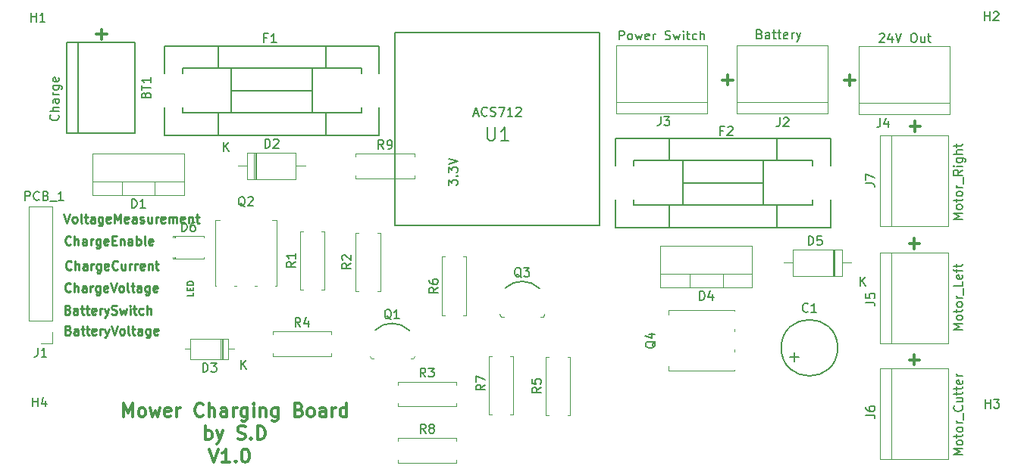
<source format=gbr>
%TF.GenerationSoftware,KiCad,Pcbnew,(5.1.9)-1*%
%TF.CreationDate,2021-04-11T16:44:48+02:00*%
%TF.ProjectId,charge_pcb,63686172-6765-45f7-9063-622e6b696361,rev?*%
%TF.SameCoordinates,Original*%
%TF.FileFunction,Legend,Top*%
%TF.FilePolarity,Positive*%
%FSLAX46Y46*%
G04 Gerber Fmt 4.6, Leading zero omitted, Abs format (unit mm)*
G04 Created by KiCad (PCBNEW (5.1.9)-1) date 2021-04-11 16:44:48*
%MOMM*%
%LPD*%
G01*
G04 APERTURE LIST*
%ADD10C,0.200000*%
%ADD11C,0.300000*%
%ADD12C,0.250000*%
%ADD13C,0.120000*%
%ADD14C,0.150000*%
%ADD15C,0.100000*%
G04 APERTURE END LIST*
D10*
X118962380Y-122916190D02*
X118962380Y-122297142D01*
X119343333Y-122630476D01*
X119343333Y-122487619D01*
X119390952Y-122392380D01*
X119438571Y-122344761D01*
X119533809Y-122297142D01*
X119771904Y-122297142D01*
X119867142Y-122344761D01*
X119914761Y-122392380D01*
X119962380Y-122487619D01*
X119962380Y-122773333D01*
X119914761Y-122868571D01*
X119867142Y-122916190D01*
X119867142Y-121868571D02*
X119914761Y-121820952D01*
X119962380Y-121868571D01*
X119914761Y-121916190D01*
X119867142Y-121868571D01*
X119962380Y-121868571D01*
X118962380Y-121487619D02*
X118962380Y-120868571D01*
X119343333Y-121201904D01*
X119343333Y-121059047D01*
X119390952Y-120963809D01*
X119438571Y-120916190D01*
X119533809Y-120868571D01*
X119771904Y-120868571D01*
X119867142Y-120916190D01*
X119914761Y-120963809D01*
X119962380Y-121059047D01*
X119962380Y-121344761D01*
X119914761Y-121440000D01*
X119867142Y-121487619D01*
X118962380Y-120582857D02*
X119962380Y-120249523D01*
X118962380Y-119916190D01*
D11*
X170438571Y-142447142D02*
X171581428Y-142447142D01*
X171010000Y-143018571D02*
X171010000Y-141875714D01*
X170438571Y-129417142D02*
X171581428Y-129417142D01*
X171010000Y-129988571D02*
X171010000Y-128845714D01*
X170508571Y-116317142D02*
X171651428Y-116317142D01*
X171080000Y-116888571D02*
X171080000Y-115745714D01*
X163188571Y-111167142D02*
X164331428Y-111167142D01*
X163760000Y-111738571D02*
X163760000Y-110595714D01*
X149588571Y-111127142D02*
X150731428Y-111127142D01*
X150160000Y-111698571D02*
X150160000Y-110555714D01*
X79648571Y-106007142D02*
X80791428Y-106007142D01*
X80220000Y-106578571D02*
X80220000Y-105435714D01*
X82691428Y-148828571D02*
X82691428Y-147328571D01*
X83191428Y-148400000D01*
X83691428Y-147328571D01*
X83691428Y-148828571D01*
X84620000Y-148828571D02*
X84477142Y-148757142D01*
X84405714Y-148685714D01*
X84334285Y-148542857D01*
X84334285Y-148114285D01*
X84405714Y-147971428D01*
X84477142Y-147900000D01*
X84620000Y-147828571D01*
X84834285Y-147828571D01*
X84977142Y-147900000D01*
X85048571Y-147971428D01*
X85120000Y-148114285D01*
X85120000Y-148542857D01*
X85048571Y-148685714D01*
X84977142Y-148757142D01*
X84834285Y-148828571D01*
X84620000Y-148828571D01*
X85620000Y-147828571D02*
X85905714Y-148828571D01*
X86191428Y-148114285D01*
X86477142Y-148828571D01*
X86762857Y-147828571D01*
X87905714Y-148757142D02*
X87762857Y-148828571D01*
X87477142Y-148828571D01*
X87334285Y-148757142D01*
X87262857Y-148614285D01*
X87262857Y-148042857D01*
X87334285Y-147900000D01*
X87477142Y-147828571D01*
X87762857Y-147828571D01*
X87905714Y-147900000D01*
X87977142Y-148042857D01*
X87977142Y-148185714D01*
X87262857Y-148328571D01*
X88620000Y-148828571D02*
X88620000Y-147828571D01*
X88620000Y-148114285D02*
X88691428Y-147971428D01*
X88762857Y-147900000D01*
X88905714Y-147828571D01*
X89048571Y-147828571D01*
X91548571Y-148685714D02*
X91477142Y-148757142D01*
X91262857Y-148828571D01*
X91120000Y-148828571D01*
X90905714Y-148757142D01*
X90762857Y-148614285D01*
X90691428Y-148471428D01*
X90620000Y-148185714D01*
X90620000Y-147971428D01*
X90691428Y-147685714D01*
X90762857Y-147542857D01*
X90905714Y-147400000D01*
X91120000Y-147328571D01*
X91262857Y-147328571D01*
X91477142Y-147400000D01*
X91548571Y-147471428D01*
X92191428Y-148828571D02*
X92191428Y-147328571D01*
X92834285Y-148828571D02*
X92834285Y-148042857D01*
X92762857Y-147900000D01*
X92620000Y-147828571D01*
X92405714Y-147828571D01*
X92262857Y-147900000D01*
X92191428Y-147971428D01*
X94191428Y-148828571D02*
X94191428Y-148042857D01*
X94120000Y-147900000D01*
X93977142Y-147828571D01*
X93691428Y-147828571D01*
X93548571Y-147900000D01*
X94191428Y-148757142D02*
X94048571Y-148828571D01*
X93691428Y-148828571D01*
X93548571Y-148757142D01*
X93477142Y-148614285D01*
X93477142Y-148471428D01*
X93548571Y-148328571D01*
X93691428Y-148257142D01*
X94048571Y-148257142D01*
X94191428Y-148185714D01*
X94905714Y-148828571D02*
X94905714Y-147828571D01*
X94905714Y-148114285D02*
X94977142Y-147971428D01*
X95048571Y-147900000D01*
X95191428Y-147828571D01*
X95334285Y-147828571D01*
X96477142Y-147828571D02*
X96477142Y-149042857D01*
X96405714Y-149185714D01*
X96334285Y-149257142D01*
X96191428Y-149328571D01*
X95977142Y-149328571D01*
X95834285Y-149257142D01*
X96477142Y-148757142D02*
X96334285Y-148828571D01*
X96048571Y-148828571D01*
X95905714Y-148757142D01*
X95834285Y-148685714D01*
X95762857Y-148542857D01*
X95762857Y-148114285D01*
X95834285Y-147971428D01*
X95905714Y-147900000D01*
X96048571Y-147828571D01*
X96334285Y-147828571D01*
X96477142Y-147900000D01*
X97191428Y-148828571D02*
X97191428Y-147828571D01*
X97191428Y-147328571D02*
X97120000Y-147400000D01*
X97191428Y-147471428D01*
X97262857Y-147400000D01*
X97191428Y-147328571D01*
X97191428Y-147471428D01*
X97905714Y-147828571D02*
X97905714Y-148828571D01*
X97905714Y-147971428D02*
X97977142Y-147900000D01*
X98120000Y-147828571D01*
X98334285Y-147828571D01*
X98477142Y-147900000D01*
X98548571Y-148042857D01*
X98548571Y-148828571D01*
X99905714Y-147828571D02*
X99905714Y-149042857D01*
X99834285Y-149185714D01*
X99762857Y-149257142D01*
X99620000Y-149328571D01*
X99405714Y-149328571D01*
X99262857Y-149257142D01*
X99905714Y-148757142D02*
X99762857Y-148828571D01*
X99477142Y-148828571D01*
X99334285Y-148757142D01*
X99262857Y-148685714D01*
X99191428Y-148542857D01*
X99191428Y-148114285D01*
X99262857Y-147971428D01*
X99334285Y-147900000D01*
X99477142Y-147828571D01*
X99762857Y-147828571D01*
X99905714Y-147900000D01*
X102262857Y-148042857D02*
X102477142Y-148114285D01*
X102548571Y-148185714D01*
X102620000Y-148328571D01*
X102620000Y-148542857D01*
X102548571Y-148685714D01*
X102477142Y-148757142D01*
X102334285Y-148828571D01*
X101762857Y-148828571D01*
X101762857Y-147328571D01*
X102262857Y-147328571D01*
X102405714Y-147400000D01*
X102477142Y-147471428D01*
X102548571Y-147614285D01*
X102548571Y-147757142D01*
X102477142Y-147900000D01*
X102405714Y-147971428D01*
X102262857Y-148042857D01*
X101762857Y-148042857D01*
X103477142Y-148828571D02*
X103334285Y-148757142D01*
X103262857Y-148685714D01*
X103191428Y-148542857D01*
X103191428Y-148114285D01*
X103262857Y-147971428D01*
X103334285Y-147900000D01*
X103477142Y-147828571D01*
X103691428Y-147828571D01*
X103834285Y-147900000D01*
X103905714Y-147971428D01*
X103977142Y-148114285D01*
X103977142Y-148542857D01*
X103905714Y-148685714D01*
X103834285Y-148757142D01*
X103691428Y-148828571D01*
X103477142Y-148828571D01*
X105262857Y-148828571D02*
X105262857Y-148042857D01*
X105191428Y-147900000D01*
X105048571Y-147828571D01*
X104762857Y-147828571D01*
X104620000Y-147900000D01*
X105262857Y-148757142D02*
X105120000Y-148828571D01*
X104762857Y-148828571D01*
X104620000Y-148757142D01*
X104548571Y-148614285D01*
X104548571Y-148471428D01*
X104620000Y-148328571D01*
X104762857Y-148257142D01*
X105120000Y-148257142D01*
X105262857Y-148185714D01*
X105977142Y-148828571D02*
X105977142Y-147828571D01*
X105977142Y-148114285D02*
X106048571Y-147971428D01*
X106120000Y-147900000D01*
X106262857Y-147828571D01*
X106405714Y-147828571D01*
X107548571Y-148828571D02*
X107548571Y-147328571D01*
X107548571Y-148757142D02*
X107405714Y-148828571D01*
X107120000Y-148828571D01*
X106977142Y-148757142D01*
X106905714Y-148685714D01*
X106834285Y-148542857D01*
X106834285Y-148114285D01*
X106905714Y-147971428D01*
X106977142Y-147900000D01*
X107120000Y-147828571D01*
X107405714Y-147828571D01*
X107548571Y-147900000D01*
X91834285Y-151378571D02*
X91834285Y-149878571D01*
X91834285Y-150450000D02*
X91977142Y-150378571D01*
X92262857Y-150378571D01*
X92405714Y-150450000D01*
X92477142Y-150521428D01*
X92548571Y-150664285D01*
X92548571Y-151092857D01*
X92477142Y-151235714D01*
X92405714Y-151307142D01*
X92262857Y-151378571D01*
X91977142Y-151378571D01*
X91834285Y-151307142D01*
X93048571Y-150378571D02*
X93405714Y-151378571D01*
X93762857Y-150378571D02*
X93405714Y-151378571D01*
X93262857Y-151735714D01*
X93191428Y-151807142D01*
X93048571Y-151878571D01*
X95405714Y-151307142D02*
X95620000Y-151378571D01*
X95977142Y-151378571D01*
X96120000Y-151307142D01*
X96191428Y-151235714D01*
X96262857Y-151092857D01*
X96262857Y-150950000D01*
X96191428Y-150807142D01*
X96120000Y-150735714D01*
X95977142Y-150664285D01*
X95691428Y-150592857D01*
X95548571Y-150521428D01*
X95477142Y-150450000D01*
X95405714Y-150307142D01*
X95405714Y-150164285D01*
X95477142Y-150021428D01*
X95548571Y-149950000D01*
X95691428Y-149878571D01*
X96048571Y-149878571D01*
X96262857Y-149950000D01*
X96905714Y-151235714D02*
X96977142Y-151307142D01*
X96905714Y-151378571D01*
X96834285Y-151307142D01*
X96905714Y-151235714D01*
X96905714Y-151378571D01*
X97620000Y-151378571D02*
X97620000Y-149878571D01*
X97977142Y-149878571D01*
X98191428Y-149950000D01*
X98334285Y-150092857D01*
X98405714Y-150235714D01*
X98477142Y-150521428D01*
X98477142Y-150735714D01*
X98405714Y-151021428D01*
X98334285Y-151164285D01*
X98191428Y-151307142D01*
X97977142Y-151378571D01*
X97620000Y-151378571D01*
X92262857Y-152428571D02*
X92762857Y-153928571D01*
X93262857Y-152428571D01*
X94548571Y-153928571D02*
X93691428Y-153928571D01*
X94120000Y-153928571D02*
X94120000Y-152428571D01*
X93977142Y-152642857D01*
X93834285Y-152785714D01*
X93691428Y-152857142D01*
X95191428Y-153785714D02*
X95262857Y-153857142D01*
X95191428Y-153928571D01*
X95120000Y-153857142D01*
X95191428Y-153785714D01*
X95191428Y-153928571D01*
X96191428Y-152428571D02*
X96334285Y-152428571D01*
X96477142Y-152500000D01*
X96548571Y-152571428D01*
X96620000Y-152714285D01*
X96691428Y-153000000D01*
X96691428Y-153357142D01*
X96620000Y-153642857D01*
X96548571Y-153785714D01*
X96477142Y-153857142D01*
X96334285Y-153928571D01*
X96191428Y-153928571D01*
X96048571Y-153857142D01*
X95977142Y-153785714D01*
X95905714Y-153642857D01*
X95834285Y-153357142D01*
X95834285Y-153000000D01*
X95905714Y-152714285D01*
X95977142Y-152571428D01*
X96048571Y-152500000D01*
X96191428Y-152428571D01*
D12*
X76476666Y-139118571D02*
X76619523Y-139166190D01*
X76667142Y-139213809D01*
X76714761Y-139309047D01*
X76714761Y-139451904D01*
X76667142Y-139547142D01*
X76619523Y-139594761D01*
X76524285Y-139642380D01*
X76143333Y-139642380D01*
X76143333Y-138642380D01*
X76476666Y-138642380D01*
X76571904Y-138690000D01*
X76619523Y-138737619D01*
X76667142Y-138832857D01*
X76667142Y-138928095D01*
X76619523Y-139023333D01*
X76571904Y-139070952D01*
X76476666Y-139118571D01*
X76143333Y-139118571D01*
X77571904Y-139642380D02*
X77571904Y-139118571D01*
X77524285Y-139023333D01*
X77429047Y-138975714D01*
X77238571Y-138975714D01*
X77143333Y-139023333D01*
X77571904Y-139594761D02*
X77476666Y-139642380D01*
X77238571Y-139642380D01*
X77143333Y-139594761D01*
X77095714Y-139499523D01*
X77095714Y-139404285D01*
X77143333Y-139309047D01*
X77238571Y-139261428D01*
X77476666Y-139261428D01*
X77571904Y-139213809D01*
X77905238Y-138975714D02*
X78286190Y-138975714D01*
X78048095Y-138642380D02*
X78048095Y-139499523D01*
X78095714Y-139594761D01*
X78190952Y-139642380D01*
X78286190Y-139642380D01*
X78476666Y-138975714D02*
X78857619Y-138975714D01*
X78619523Y-138642380D02*
X78619523Y-139499523D01*
X78667142Y-139594761D01*
X78762380Y-139642380D01*
X78857619Y-139642380D01*
X79571904Y-139594761D02*
X79476666Y-139642380D01*
X79286190Y-139642380D01*
X79190952Y-139594761D01*
X79143333Y-139499523D01*
X79143333Y-139118571D01*
X79190952Y-139023333D01*
X79286190Y-138975714D01*
X79476666Y-138975714D01*
X79571904Y-139023333D01*
X79619523Y-139118571D01*
X79619523Y-139213809D01*
X79143333Y-139309047D01*
X80048095Y-139642380D02*
X80048095Y-138975714D01*
X80048095Y-139166190D02*
X80095714Y-139070952D01*
X80143333Y-139023333D01*
X80238571Y-138975714D01*
X80333809Y-138975714D01*
X80571904Y-138975714D02*
X80810000Y-139642380D01*
X81048095Y-138975714D02*
X80810000Y-139642380D01*
X80714761Y-139880476D01*
X80667142Y-139928095D01*
X80571904Y-139975714D01*
X81286190Y-138642380D02*
X81619523Y-139642380D01*
X81952857Y-138642380D01*
X82429047Y-139642380D02*
X82333809Y-139594761D01*
X82286190Y-139547142D01*
X82238571Y-139451904D01*
X82238571Y-139166190D01*
X82286190Y-139070952D01*
X82333809Y-139023333D01*
X82429047Y-138975714D01*
X82571904Y-138975714D01*
X82667142Y-139023333D01*
X82714761Y-139070952D01*
X82762380Y-139166190D01*
X82762380Y-139451904D01*
X82714761Y-139547142D01*
X82667142Y-139594761D01*
X82571904Y-139642380D01*
X82429047Y-139642380D01*
X83333809Y-139642380D02*
X83238571Y-139594761D01*
X83190952Y-139499523D01*
X83190952Y-138642380D01*
X83571904Y-138975714D02*
X83952857Y-138975714D01*
X83714761Y-138642380D02*
X83714761Y-139499523D01*
X83762380Y-139594761D01*
X83857619Y-139642380D01*
X83952857Y-139642380D01*
X84714761Y-139642380D02*
X84714761Y-139118571D01*
X84667142Y-139023333D01*
X84571904Y-138975714D01*
X84381428Y-138975714D01*
X84286190Y-139023333D01*
X84714761Y-139594761D02*
X84619523Y-139642380D01*
X84381428Y-139642380D01*
X84286190Y-139594761D01*
X84238571Y-139499523D01*
X84238571Y-139404285D01*
X84286190Y-139309047D01*
X84381428Y-139261428D01*
X84619523Y-139261428D01*
X84714761Y-139213809D01*
X85619523Y-138975714D02*
X85619523Y-139785238D01*
X85571904Y-139880476D01*
X85524285Y-139928095D01*
X85429047Y-139975714D01*
X85286190Y-139975714D01*
X85190952Y-139928095D01*
X85619523Y-139594761D02*
X85524285Y-139642380D01*
X85333809Y-139642380D01*
X85238571Y-139594761D01*
X85190952Y-139547142D01*
X85143333Y-139451904D01*
X85143333Y-139166190D01*
X85190952Y-139070952D01*
X85238571Y-139023333D01*
X85333809Y-138975714D01*
X85524285Y-138975714D01*
X85619523Y-139023333D01*
X86476666Y-139594761D02*
X86381428Y-139642380D01*
X86190952Y-139642380D01*
X86095714Y-139594761D01*
X86048095Y-139499523D01*
X86048095Y-139118571D01*
X86095714Y-139023333D01*
X86190952Y-138975714D01*
X86381428Y-138975714D01*
X86476666Y-139023333D01*
X86524285Y-139118571D01*
X86524285Y-139213809D01*
X86048095Y-139309047D01*
X76433809Y-136838571D02*
X76576666Y-136886190D01*
X76624285Y-136933809D01*
X76671904Y-137029047D01*
X76671904Y-137171904D01*
X76624285Y-137267142D01*
X76576666Y-137314761D01*
X76481428Y-137362380D01*
X76100476Y-137362380D01*
X76100476Y-136362380D01*
X76433809Y-136362380D01*
X76529047Y-136410000D01*
X76576666Y-136457619D01*
X76624285Y-136552857D01*
X76624285Y-136648095D01*
X76576666Y-136743333D01*
X76529047Y-136790952D01*
X76433809Y-136838571D01*
X76100476Y-136838571D01*
X77529047Y-137362380D02*
X77529047Y-136838571D01*
X77481428Y-136743333D01*
X77386190Y-136695714D01*
X77195714Y-136695714D01*
X77100476Y-136743333D01*
X77529047Y-137314761D02*
X77433809Y-137362380D01*
X77195714Y-137362380D01*
X77100476Y-137314761D01*
X77052857Y-137219523D01*
X77052857Y-137124285D01*
X77100476Y-137029047D01*
X77195714Y-136981428D01*
X77433809Y-136981428D01*
X77529047Y-136933809D01*
X77862380Y-136695714D02*
X78243333Y-136695714D01*
X78005238Y-136362380D02*
X78005238Y-137219523D01*
X78052857Y-137314761D01*
X78148095Y-137362380D01*
X78243333Y-137362380D01*
X78433809Y-136695714D02*
X78814761Y-136695714D01*
X78576666Y-136362380D02*
X78576666Y-137219523D01*
X78624285Y-137314761D01*
X78719523Y-137362380D01*
X78814761Y-137362380D01*
X79529047Y-137314761D02*
X79433809Y-137362380D01*
X79243333Y-137362380D01*
X79148095Y-137314761D01*
X79100476Y-137219523D01*
X79100476Y-136838571D01*
X79148095Y-136743333D01*
X79243333Y-136695714D01*
X79433809Y-136695714D01*
X79529047Y-136743333D01*
X79576666Y-136838571D01*
X79576666Y-136933809D01*
X79100476Y-137029047D01*
X80005238Y-137362380D02*
X80005238Y-136695714D01*
X80005238Y-136886190D02*
X80052857Y-136790952D01*
X80100476Y-136743333D01*
X80195714Y-136695714D01*
X80290952Y-136695714D01*
X80529047Y-136695714D02*
X80767142Y-137362380D01*
X81005238Y-136695714D02*
X80767142Y-137362380D01*
X80671904Y-137600476D01*
X80624285Y-137648095D01*
X80529047Y-137695714D01*
X81338571Y-137314761D02*
X81481428Y-137362380D01*
X81719523Y-137362380D01*
X81814761Y-137314761D01*
X81862380Y-137267142D01*
X81910000Y-137171904D01*
X81910000Y-137076666D01*
X81862380Y-136981428D01*
X81814761Y-136933809D01*
X81719523Y-136886190D01*
X81529047Y-136838571D01*
X81433809Y-136790952D01*
X81386190Y-136743333D01*
X81338571Y-136648095D01*
X81338571Y-136552857D01*
X81386190Y-136457619D01*
X81433809Y-136410000D01*
X81529047Y-136362380D01*
X81767142Y-136362380D01*
X81910000Y-136410000D01*
X82243333Y-136695714D02*
X82433809Y-137362380D01*
X82624285Y-136886190D01*
X82814761Y-137362380D01*
X83005238Y-136695714D01*
X83386190Y-137362380D02*
X83386190Y-136695714D01*
X83386190Y-136362380D02*
X83338571Y-136410000D01*
X83386190Y-136457619D01*
X83433809Y-136410000D01*
X83386190Y-136362380D01*
X83386190Y-136457619D01*
X83719523Y-136695714D02*
X84100476Y-136695714D01*
X83862380Y-136362380D02*
X83862380Y-137219523D01*
X83910000Y-137314761D01*
X84005238Y-137362380D01*
X84100476Y-137362380D01*
X84862380Y-137314761D02*
X84767142Y-137362380D01*
X84576666Y-137362380D01*
X84481428Y-137314761D01*
X84433809Y-137267142D01*
X84386190Y-137171904D01*
X84386190Y-136886190D01*
X84433809Y-136790952D01*
X84481428Y-136743333D01*
X84576666Y-136695714D01*
X84767142Y-136695714D01*
X84862380Y-136743333D01*
X85290952Y-137362380D02*
X85290952Y-136362380D01*
X85719523Y-137362380D02*
X85719523Y-136838571D01*
X85671904Y-136743333D01*
X85576666Y-136695714D01*
X85433809Y-136695714D01*
X85338571Y-136743333D01*
X85290952Y-136790952D01*
X76732380Y-134747142D02*
X76684761Y-134794761D01*
X76541904Y-134842380D01*
X76446666Y-134842380D01*
X76303809Y-134794761D01*
X76208571Y-134699523D01*
X76160952Y-134604285D01*
X76113333Y-134413809D01*
X76113333Y-134270952D01*
X76160952Y-134080476D01*
X76208571Y-133985238D01*
X76303809Y-133890000D01*
X76446666Y-133842380D01*
X76541904Y-133842380D01*
X76684761Y-133890000D01*
X76732380Y-133937619D01*
X77160952Y-134842380D02*
X77160952Y-133842380D01*
X77589523Y-134842380D02*
X77589523Y-134318571D01*
X77541904Y-134223333D01*
X77446666Y-134175714D01*
X77303809Y-134175714D01*
X77208571Y-134223333D01*
X77160952Y-134270952D01*
X78494285Y-134842380D02*
X78494285Y-134318571D01*
X78446666Y-134223333D01*
X78351428Y-134175714D01*
X78160952Y-134175714D01*
X78065714Y-134223333D01*
X78494285Y-134794761D02*
X78399047Y-134842380D01*
X78160952Y-134842380D01*
X78065714Y-134794761D01*
X78018095Y-134699523D01*
X78018095Y-134604285D01*
X78065714Y-134509047D01*
X78160952Y-134461428D01*
X78399047Y-134461428D01*
X78494285Y-134413809D01*
X78970476Y-134842380D02*
X78970476Y-134175714D01*
X78970476Y-134366190D02*
X79018095Y-134270952D01*
X79065714Y-134223333D01*
X79160952Y-134175714D01*
X79256190Y-134175714D01*
X80018095Y-134175714D02*
X80018095Y-134985238D01*
X79970476Y-135080476D01*
X79922857Y-135128095D01*
X79827619Y-135175714D01*
X79684761Y-135175714D01*
X79589523Y-135128095D01*
X80018095Y-134794761D02*
X79922857Y-134842380D01*
X79732380Y-134842380D01*
X79637142Y-134794761D01*
X79589523Y-134747142D01*
X79541904Y-134651904D01*
X79541904Y-134366190D01*
X79589523Y-134270952D01*
X79637142Y-134223333D01*
X79732380Y-134175714D01*
X79922857Y-134175714D01*
X80018095Y-134223333D01*
X80875238Y-134794761D02*
X80780000Y-134842380D01*
X80589523Y-134842380D01*
X80494285Y-134794761D01*
X80446666Y-134699523D01*
X80446666Y-134318571D01*
X80494285Y-134223333D01*
X80589523Y-134175714D01*
X80780000Y-134175714D01*
X80875238Y-134223333D01*
X80922857Y-134318571D01*
X80922857Y-134413809D01*
X80446666Y-134509047D01*
X81208571Y-133842380D02*
X81541904Y-134842380D01*
X81875238Y-133842380D01*
X82351428Y-134842380D02*
X82256190Y-134794761D01*
X82208571Y-134747142D01*
X82160952Y-134651904D01*
X82160952Y-134366190D01*
X82208571Y-134270952D01*
X82256190Y-134223333D01*
X82351428Y-134175714D01*
X82494285Y-134175714D01*
X82589523Y-134223333D01*
X82637142Y-134270952D01*
X82684761Y-134366190D01*
X82684761Y-134651904D01*
X82637142Y-134747142D01*
X82589523Y-134794761D01*
X82494285Y-134842380D01*
X82351428Y-134842380D01*
X83256190Y-134842380D02*
X83160952Y-134794761D01*
X83113333Y-134699523D01*
X83113333Y-133842380D01*
X83494285Y-134175714D02*
X83875238Y-134175714D01*
X83637142Y-133842380D02*
X83637142Y-134699523D01*
X83684761Y-134794761D01*
X83780000Y-134842380D01*
X83875238Y-134842380D01*
X84637142Y-134842380D02*
X84637142Y-134318571D01*
X84589523Y-134223333D01*
X84494285Y-134175714D01*
X84303809Y-134175714D01*
X84208571Y-134223333D01*
X84637142Y-134794761D02*
X84541904Y-134842380D01*
X84303809Y-134842380D01*
X84208571Y-134794761D01*
X84160952Y-134699523D01*
X84160952Y-134604285D01*
X84208571Y-134509047D01*
X84303809Y-134461428D01*
X84541904Y-134461428D01*
X84637142Y-134413809D01*
X85541904Y-134175714D02*
X85541904Y-134985238D01*
X85494285Y-135080476D01*
X85446666Y-135128095D01*
X85351428Y-135175714D01*
X85208571Y-135175714D01*
X85113333Y-135128095D01*
X85541904Y-134794761D02*
X85446666Y-134842380D01*
X85256190Y-134842380D01*
X85160952Y-134794761D01*
X85113333Y-134747142D01*
X85065714Y-134651904D01*
X85065714Y-134366190D01*
X85113333Y-134270952D01*
X85160952Y-134223333D01*
X85256190Y-134175714D01*
X85446666Y-134175714D01*
X85541904Y-134223333D01*
X86399047Y-134794761D02*
X86303809Y-134842380D01*
X86113333Y-134842380D01*
X86018095Y-134794761D01*
X85970476Y-134699523D01*
X85970476Y-134318571D01*
X86018095Y-134223333D01*
X86113333Y-134175714D01*
X86303809Y-134175714D01*
X86399047Y-134223333D01*
X86446666Y-134318571D01*
X86446666Y-134413809D01*
X85970476Y-134509047D01*
X76816190Y-132277142D02*
X76768571Y-132324761D01*
X76625714Y-132372380D01*
X76530476Y-132372380D01*
X76387619Y-132324761D01*
X76292380Y-132229523D01*
X76244761Y-132134285D01*
X76197142Y-131943809D01*
X76197142Y-131800952D01*
X76244761Y-131610476D01*
X76292380Y-131515238D01*
X76387619Y-131420000D01*
X76530476Y-131372380D01*
X76625714Y-131372380D01*
X76768571Y-131420000D01*
X76816190Y-131467619D01*
X77244761Y-132372380D02*
X77244761Y-131372380D01*
X77673333Y-132372380D02*
X77673333Y-131848571D01*
X77625714Y-131753333D01*
X77530476Y-131705714D01*
X77387619Y-131705714D01*
X77292380Y-131753333D01*
X77244761Y-131800952D01*
X78578095Y-132372380D02*
X78578095Y-131848571D01*
X78530476Y-131753333D01*
X78435238Y-131705714D01*
X78244761Y-131705714D01*
X78149523Y-131753333D01*
X78578095Y-132324761D02*
X78482857Y-132372380D01*
X78244761Y-132372380D01*
X78149523Y-132324761D01*
X78101904Y-132229523D01*
X78101904Y-132134285D01*
X78149523Y-132039047D01*
X78244761Y-131991428D01*
X78482857Y-131991428D01*
X78578095Y-131943809D01*
X79054285Y-132372380D02*
X79054285Y-131705714D01*
X79054285Y-131896190D02*
X79101904Y-131800952D01*
X79149523Y-131753333D01*
X79244761Y-131705714D01*
X79340000Y-131705714D01*
X80101904Y-131705714D02*
X80101904Y-132515238D01*
X80054285Y-132610476D01*
X80006666Y-132658095D01*
X79911428Y-132705714D01*
X79768571Y-132705714D01*
X79673333Y-132658095D01*
X80101904Y-132324761D02*
X80006666Y-132372380D01*
X79816190Y-132372380D01*
X79720952Y-132324761D01*
X79673333Y-132277142D01*
X79625714Y-132181904D01*
X79625714Y-131896190D01*
X79673333Y-131800952D01*
X79720952Y-131753333D01*
X79816190Y-131705714D01*
X80006666Y-131705714D01*
X80101904Y-131753333D01*
X80959047Y-132324761D02*
X80863809Y-132372380D01*
X80673333Y-132372380D01*
X80578095Y-132324761D01*
X80530476Y-132229523D01*
X80530476Y-131848571D01*
X80578095Y-131753333D01*
X80673333Y-131705714D01*
X80863809Y-131705714D01*
X80959047Y-131753333D01*
X81006666Y-131848571D01*
X81006666Y-131943809D01*
X80530476Y-132039047D01*
X82006666Y-132277142D02*
X81959047Y-132324761D01*
X81816190Y-132372380D01*
X81720952Y-132372380D01*
X81578095Y-132324761D01*
X81482857Y-132229523D01*
X81435238Y-132134285D01*
X81387619Y-131943809D01*
X81387619Y-131800952D01*
X81435238Y-131610476D01*
X81482857Y-131515238D01*
X81578095Y-131420000D01*
X81720952Y-131372380D01*
X81816190Y-131372380D01*
X81959047Y-131420000D01*
X82006666Y-131467619D01*
X82863809Y-131705714D02*
X82863809Y-132372380D01*
X82435238Y-131705714D02*
X82435238Y-132229523D01*
X82482857Y-132324761D01*
X82578095Y-132372380D01*
X82720952Y-132372380D01*
X82816190Y-132324761D01*
X82863809Y-132277142D01*
X83340000Y-132372380D02*
X83340000Y-131705714D01*
X83340000Y-131896190D02*
X83387619Y-131800952D01*
X83435238Y-131753333D01*
X83530476Y-131705714D01*
X83625714Y-131705714D01*
X83959047Y-132372380D02*
X83959047Y-131705714D01*
X83959047Y-131896190D02*
X84006666Y-131800952D01*
X84054285Y-131753333D01*
X84149523Y-131705714D01*
X84244761Y-131705714D01*
X84959047Y-132324761D02*
X84863809Y-132372380D01*
X84673333Y-132372380D01*
X84578095Y-132324761D01*
X84530476Y-132229523D01*
X84530476Y-131848571D01*
X84578095Y-131753333D01*
X84673333Y-131705714D01*
X84863809Y-131705714D01*
X84959047Y-131753333D01*
X85006666Y-131848571D01*
X85006666Y-131943809D01*
X84530476Y-132039047D01*
X85435238Y-131705714D02*
X85435238Y-132372380D01*
X85435238Y-131800952D02*
X85482857Y-131753333D01*
X85578095Y-131705714D01*
X85720952Y-131705714D01*
X85816190Y-131753333D01*
X85863809Y-131848571D01*
X85863809Y-132372380D01*
X86197142Y-131705714D02*
X86578095Y-131705714D01*
X86340000Y-131372380D02*
X86340000Y-132229523D01*
X86387619Y-132324761D01*
X86482857Y-132372380D01*
X86578095Y-132372380D01*
X76764285Y-129517142D02*
X76716666Y-129564761D01*
X76573809Y-129612380D01*
X76478571Y-129612380D01*
X76335714Y-129564761D01*
X76240476Y-129469523D01*
X76192857Y-129374285D01*
X76145238Y-129183809D01*
X76145238Y-129040952D01*
X76192857Y-128850476D01*
X76240476Y-128755238D01*
X76335714Y-128660000D01*
X76478571Y-128612380D01*
X76573809Y-128612380D01*
X76716666Y-128660000D01*
X76764285Y-128707619D01*
X77192857Y-129612380D02*
X77192857Y-128612380D01*
X77621428Y-129612380D02*
X77621428Y-129088571D01*
X77573809Y-128993333D01*
X77478571Y-128945714D01*
X77335714Y-128945714D01*
X77240476Y-128993333D01*
X77192857Y-129040952D01*
X78526190Y-129612380D02*
X78526190Y-129088571D01*
X78478571Y-128993333D01*
X78383333Y-128945714D01*
X78192857Y-128945714D01*
X78097619Y-128993333D01*
X78526190Y-129564761D02*
X78430952Y-129612380D01*
X78192857Y-129612380D01*
X78097619Y-129564761D01*
X78050000Y-129469523D01*
X78050000Y-129374285D01*
X78097619Y-129279047D01*
X78192857Y-129231428D01*
X78430952Y-129231428D01*
X78526190Y-129183809D01*
X79002380Y-129612380D02*
X79002380Y-128945714D01*
X79002380Y-129136190D02*
X79050000Y-129040952D01*
X79097619Y-128993333D01*
X79192857Y-128945714D01*
X79288095Y-128945714D01*
X80050000Y-128945714D02*
X80050000Y-129755238D01*
X80002380Y-129850476D01*
X79954761Y-129898095D01*
X79859523Y-129945714D01*
X79716666Y-129945714D01*
X79621428Y-129898095D01*
X80050000Y-129564761D02*
X79954761Y-129612380D01*
X79764285Y-129612380D01*
X79669047Y-129564761D01*
X79621428Y-129517142D01*
X79573809Y-129421904D01*
X79573809Y-129136190D01*
X79621428Y-129040952D01*
X79669047Y-128993333D01*
X79764285Y-128945714D01*
X79954761Y-128945714D01*
X80050000Y-128993333D01*
X80907142Y-129564761D02*
X80811904Y-129612380D01*
X80621428Y-129612380D01*
X80526190Y-129564761D01*
X80478571Y-129469523D01*
X80478571Y-129088571D01*
X80526190Y-128993333D01*
X80621428Y-128945714D01*
X80811904Y-128945714D01*
X80907142Y-128993333D01*
X80954761Y-129088571D01*
X80954761Y-129183809D01*
X80478571Y-129279047D01*
X81383333Y-129088571D02*
X81716666Y-129088571D01*
X81859523Y-129612380D02*
X81383333Y-129612380D01*
X81383333Y-128612380D01*
X81859523Y-128612380D01*
X82288095Y-128945714D02*
X82288095Y-129612380D01*
X82288095Y-129040952D02*
X82335714Y-128993333D01*
X82430952Y-128945714D01*
X82573809Y-128945714D01*
X82669047Y-128993333D01*
X82716666Y-129088571D01*
X82716666Y-129612380D01*
X83621428Y-129612380D02*
X83621428Y-129088571D01*
X83573809Y-128993333D01*
X83478571Y-128945714D01*
X83288095Y-128945714D01*
X83192857Y-128993333D01*
X83621428Y-129564761D02*
X83526190Y-129612380D01*
X83288095Y-129612380D01*
X83192857Y-129564761D01*
X83145238Y-129469523D01*
X83145238Y-129374285D01*
X83192857Y-129279047D01*
X83288095Y-129231428D01*
X83526190Y-129231428D01*
X83621428Y-129183809D01*
X84097619Y-129612380D02*
X84097619Y-128612380D01*
X84097619Y-128993333D02*
X84192857Y-128945714D01*
X84383333Y-128945714D01*
X84478571Y-128993333D01*
X84526190Y-129040952D01*
X84573809Y-129136190D01*
X84573809Y-129421904D01*
X84526190Y-129517142D01*
X84478571Y-129564761D01*
X84383333Y-129612380D01*
X84192857Y-129612380D01*
X84097619Y-129564761D01*
X85145238Y-129612380D02*
X85050000Y-129564761D01*
X85002380Y-129469523D01*
X85002380Y-128612380D01*
X85907142Y-129564761D02*
X85811904Y-129612380D01*
X85621428Y-129612380D01*
X85526190Y-129564761D01*
X85478571Y-129469523D01*
X85478571Y-129088571D01*
X85526190Y-128993333D01*
X85621428Y-128945714D01*
X85811904Y-128945714D01*
X85907142Y-128993333D01*
X85954761Y-129088571D01*
X85954761Y-129183809D01*
X85478571Y-129279047D01*
X75992380Y-126112380D02*
X76325714Y-127112380D01*
X76659047Y-126112380D01*
X77135238Y-127112380D02*
X77040000Y-127064761D01*
X76992380Y-127017142D01*
X76944761Y-126921904D01*
X76944761Y-126636190D01*
X76992380Y-126540952D01*
X77040000Y-126493333D01*
X77135238Y-126445714D01*
X77278095Y-126445714D01*
X77373333Y-126493333D01*
X77420952Y-126540952D01*
X77468571Y-126636190D01*
X77468571Y-126921904D01*
X77420952Y-127017142D01*
X77373333Y-127064761D01*
X77278095Y-127112380D01*
X77135238Y-127112380D01*
X78040000Y-127112380D02*
X77944761Y-127064761D01*
X77897142Y-126969523D01*
X77897142Y-126112380D01*
X78278095Y-126445714D02*
X78659047Y-126445714D01*
X78420952Y-126112380D02*
X78420952Y-126969523D01*
X78468571Y-127064761D01*
X78563809Y-127112380D01*
X78659047Y-127112380D01*
X79420952Y-127112380D02*
X79420952Y-126588571D01*
X79373333Y-126493333D01*
X79278095Y-126445714D01*
X79087619Y-126445714D01*
X78992380Y-126493333D01*
X79420952Y-127064761D02*
X79325714Y-127112380D01*
X79087619Y-127112380D01*
X78992380Y-127064761D01*
X78944761Y-126969523D01*
X78944761Y-126874285D01*
X78992380Y-126779047D01*
X79087619Y-126731428D01*
X79325714Y-126731428D01*
X79420952Y-126683809D01*
X80325714Y-126445714D02*
X80325714Y-127255238D01*
X80278095Y-127350476D01*
X80230476Y-127398095D01*
X80135238Y-127445714D01*
X79992380Y-127445714D01*
X79897142Y-127398095D01*
X80325714Y-127064761D02*
X80230476Y-127112380D01*
X80040000Y-127112380D01*
X79944761Y-127064761D01*
X79897142Y-127017142D01*
X79849523Y-126921904D01*
X79849523Y-126636190D01*
X79897142Y-126540952D01*
X79944761Y-126493333D01*
X80040000Y-126445714D01*
X80230476Y-126445714D01*
X80325714Y-126493333D01*
X81182857Y-127064761D02*
X81087619Y-127112380D01*
X80897142Y-127112380D01*
X80801904Y-127064761D01*
X80754285Y-126969523D01*
X80754285Y-126588571D01*
X80801904Y-126493333D01*
X80897142Y-126445714D01*
X81087619Y-126445714D01*
X81182857Y-126493333D01*
X81230476Y-126588571D01*
X81230476Y-126683809D01*
X80754285Y-126779047D01*
X81659047Y-127112380D02*
X81659047Y-126112380D01*
X81992380Y-126826666D01*
X82325714Y-126112380D01*
X82325714Y-127112380D01*
X83182857Y-127064761D02*
X83087619Y-127112380D01*
X82897142Y-127112380D01*
X82801904Y-127064761D01*
X82754285Y-126969523D01*
X82754285Y-126588571D01*
X82801904Y-126493333D01*
X82897142Y-126445714D01*
X83087619Y-126445714D01*
X83182857Y-126493333D01*
X83230476Y-126588571D01*
X83230476Y-126683809D01*
X82754285Y-126779047D01*
X84087619Y-127112380D02*
X84087619Y-126588571D01*
X84040000Y-126493333D01*
X83944761Y-126445714D01*
X83754285Y-126445714D01*
X83659047Y-126493333D01*
X84087619Y-127064761D02*
X83992380Y-127112380D01*
X83754285Y-127112380D01*
X83659047Y-127064761D01*
X83611428Y-126969523D01*
X83611428Y-126874285D01*
X83659047Y-126779047D01*
X83754285Y-126731428D01*
X83992380Y-126731428D01*
X84087619Y-126683809D01*
X84516190Y-127064761D02*
X84611428Y-127112380D01*
X84801904Y-127112380D01*
X84897142Y-127064761D01*
X84944761Y-126969523D01*
X84944761Y-126921904D01*
X84897142Y-126826666D01*
X84801904Y-126779047D01*
X84659047Y-126779047D01*
X84563809Y-126731428D01*
X84516190Y-126636190D01*
X84516190Y-126588571D01*
X84563809Y-126493333D01*
X84659047Y-126445714D01*
X84801904Y-126445714D01*
X84897142Y-126493333D01*
X85801904Y-126445714D02*
X85801904Y-127112380D01*
X85373333Y-126445714D02*
X85373333Y-126969523D01*
X85420952Y-127064761D01*
X85516190Y-127112380D01*
X85659047Y-127112380D01*
X85754285Y-127064761D01*
X85801904Y-127017142D01*
X86278095Y-127112380D02*
X86278095Y-126445714D01*
X86278095Y-126636190D02*
X86325714Y-126540952D01*
X86373333Y-126493333D01*
X86468571Y-126445714D01*
X86563809Y-126445714D01*
X87278095Y-127064761D02*
X87182857Y-127112380D01*
X86992380Y-127112380D01*
X86897142Y-127064761D01*
X86849523Y-126969523D01*
X86849523Y-126588571D01*
X86897142Y-126493333D01*
X86992380Y-126445714D01*
X87182857Y-126445714D01*
X87278095Y-126493333D01*
X87325714Y-126588571D01*
X87325714Y-126683809D01*
X86849523Y-126779047D01*
X87754285Y-127112380D02*
X87754285Y-126445714D01*
X87754285Y-126540952D02*
X87801904Y-126493333D01*
X87897142Y-126445714D01*
X88040000Y-126445714D01*
X88135238Y-126493333D01*
X88182857Y-126588571D01*
X88182857Y-127112380D01*
X88182857Y-126588571D02*
X88230476Y-126493333D01*
X88325714Y-126445714D01*
X88468571Y-126445714D01*
X88563809Y-126493333D01*
X88611428Y-126588571D01*
X88611428Y-127112380D01*
X89468571Y-127064761D02*
X89373333Y-127112380D01*
X89182857Y-127112380D01*
X89087619Y-127064761D01*
X89040000Y-126969523D01*
X89040000Y-126588571D01*
X89087619Y-126493333D01*
X89182857Y-126445714D01*
X89373333Y-126445714D01*
X89468571Y-126493333D01*
X89516190Y-126588571D01*
X89516190Y-126683809D01*
X89040000Y-126779047D01*
X89944761Y-126445714D02*
X89944761Y-127112380D01*
X89944761Y-126540952D02*
X89992380Y-126493333D01*
X90087619Y-126445714D01*
X90230476Y-126445714D01*
X90325714Y-126493333D01*
X90373333Y-126588571D01*
X90373333Y-127112380D01*
X90706666Y-126445714D02*
X91087619Y-126445714D01*
X90849523Y-126112380D02*
X90849523Y-126969523D01*
X90897142Y-127064761D01*
X90992380Y-127112380D01*
X91087619Y-127112380D01*
D13*
%TO.C,D6*%
X88430000Y-130950000D02*
X88430000Y-131130000D01*
X88430000Y-128610000D02*
X88430000Y-128790000D01*
X88310000Y-130950000D02*
X88310000Y-131130000D01*
X88310000Y-128610000D02*
X88310000Y-128790000D01*
X91610000Y-130965000D02*
X91610000Y-131130000D01*
X91610000Y-128610000D02*
X91610000Y-128775000D01*
X88190000Y-130950000D02*
X88190000Y-131130000D01*
X88190000Y-128610000D02*
X88190000Y-128790000D01*
X88190000Y-131130000D02*
X91610000Y-131130000D01*
X88190000Y-128610000D02*
X91610000Y-128610000D01*
%TO.C,R9*%
X115140000Y-122140000D02*
X115140000Y-121810000D01*
X108600000Y-122140000D02*
X115140000Y-122140000D01*
X108600000Y-121810000D02*
X108600000Y-122140000D01*
X115140000Y-119400000D02*
X115140000Y-119730000D01*
X108600000Y-119400000D02*
X115140000Y-119400000D01*
X108600000Y-119730000D02*
X108600000Y-119400000D01*
D14*
%TO.C,U1*%
X135870000Y-127420000D02*
X113010000Y-127420000D01*
X113010000Y-108370000D02*
X113010000Y-105830000D01*
X113010000Y-105830000D02*
X135870000Y-105830000D01*
X135870000Y-105830000D02*
X135870000Y-108370000D01*
X135870000Y-108370000D02*
X135870000Y-107100000D01*
X135870000Y-127420000D02*
X135870000Y-108370000D01*
X113010000Y-108370000D02*
X113010000Y-127420000D01*
D13*
%TO.C,R8*%
X113300000Y-151540000D02*
X113300000Y-151210000D01*
X113300000Y-151210000D02*
X119840000Y-151210000D01*
X119840000Y-151210000D02*
X119840000Y-151540000D01*
X113300000Y-153620000D02*
X113300000Y-153950000D01*
X113300000Y-153950000D02*
X119840000Y-153950000D01*
X119840000Y-153950000D02*
X119840000Y-153620000D01*
%TO.C,R7*%
X125870000Y-142070000D02*
X126200000Y-142070000D01*
X126200000Y-142070000D02*
X126200000Y-148610000D01*
X126200000Y-148610000D02*
X125870000Y-148610000D01*
X123790000Y-142070000D02*
X123460000Y-142070000D01*
X123460000Y-142070000D02*
X123460000Y-148610000D01*
X123460000Y-148610000D02*
X123790000Y-148610000D01*
%TO.C,R6*%
X120630000Y-130910000D02*
X120960000Y-130910000D01*
X120960000Y-130910000D02*
X120960000Y-137450000D01*
X120960000Y-137450000D02*
X120630000Y-137450000D01*
X118550000Y-130910000D02*
X118220000Y-130910000D01*
X118220000Y-130910000D02*
X118220000Y-137450000D01*
X118220000Y-137450000D02*
X118550000Y-137450000D01*
%TO.C,R5*%
X130160000Y-148640000D02*
X129830000Y-148640000D01*
X129830000Y-148640000D02*
X129830000Y-142100000D01*
X129830000Y-142100000D02*
X130160000Y-142100000D01*
X132240000Y-148640000D02*
X132570000Y-148640000D01*
X132570000Y-148640000D02*
X132570000Y-142100000D01*
X132570000Y-142100000D02*
X132240000Y-142100000D01*
%TO.C,R4*%
X99320000Y-139610000D02*
X99320000Y-139280000D01*
X99320000Y-139280000D02*
X105860000Y-139280000D01*
X105860000Y-139280000D02*
X105860000Y-139610000D01*
X99320000Y-141690000D02*
X99320000Y-142020000D01*
X99320000Y-142020000D02*
X105860000Y-142020000D01*
X105860000Y-142020000D02*
X105860000Y-141690000D01*
%TO.C,R3*%
X113280000Y-145250000D02*
X113280000Y-144920000D01*
X113280000Y-144920000D02*
X119820000Y-144920000D01*
X119820000Y-144920000D02*
X119820000Y-145250000D01*
X113280000Y-147330000D02*
X113280000Y-147660000D01*
X113280000Y-147660000D02*
X119820000Y-147660000D01*
X119820000Y-147660000D02*
X119820000Y-147330000D01*
%TO.C,R2*%
X108940000Y-134760000D02*
X108610000Y-134760000D01*
X108610000Y-134760000D02*
X108610000Y-128220000D01*
X108610000Y-128220000D02*
X108940000Y-128220000D01*
X111020000Y-134760000D02*
X111350000Y-134760000D01*
X111350000Y-134760000D02*
X111350000Y-128220000D01*
X111350000Y-128220000D02*
X111020000Y-128220000D01*
%TO.C,R1*%
X102720000Y-134590000D02*
X102390000Y-134590000D01*
X102390000Y-134590000D02*
X102390000Y-128050000D01*
X102390000Y-128050000D02*
X102720000Y-128050000D01*
X104800000Y-134590000D02*
X105130000Y-134590000D01*
X105130000Y-134590000D02*
X105130000Y-128050000D01*
X105130000Y-128050000D02*
X104800000Y-128050000D01*
%TO.C,Q4*%
X150930000Y-143694000D02*
X150930000Y-143568000D01*
X150930000Y-141552000D02*
X150930000Y-141281000D01*
X150930000Y-139266000D02*
X150930000Y-138995000D01*
X150930000Y-136980000D02*
X150930000Y-136854000D01*
X143570000Y-143694000D02*
X143570000Y-143174000D01*
X143570000Y-137374000D02*
X143570000Y-136854000D01*
X143570000Y-143694000D02*
X150930000Y-143694000D01*
X143570000Y-136854000D02*
X150930000Y-136854000D01*
D15*
%TO.C,Q3*%
X129530000Y-137630000D02*
X129680000Y-137330000D01*
X129530000Y-137630000D02*
X129230000Y-137630000D01*
X125130000Y-137630000D02*
X124830000Y-137630000D01*
X124830000Y-137630000D02*
X124680000Y-137330000D01*
D14*
X129130000Y-134480000D02*
G75*
G03*
X125280000Y-134430000I-1950000J-1900000D01*
G01*
D13*
%TO.C,Q2*%
X92906000Y-134150000D02*
X93032000Y-134150000D01*
X95048000Y-134150000D02*
X95319000Y-134150000D01*
X97334000Y-134150000D02*
X97605000Y-134150000D01*
X99620000Y-134150000D02*
X99746000Y-134150000D01*
X92906000Y-126790000D02*
X93426000Y-126790000D01*
X99226000Y-126790000D02*
X99746000Y-126790000D01*
X92906000Y-126790000D02*
X92906000Y-134150000D01*
X99746000Y-126790000D02*
X99746000Y-134150000D01*
D15*
%TO.C,Q1*%
X115010000Y-142330000D02*
X115160000Y-142030000D01*
X115010000Y-142330000D02*
X114710000Y-142330000D01*
X110610000Y-142330000D02*
X110310000Y-142330000D01*
X110310000Y-142330000D02*
X110160000Y-142030000D01*
D14*
X114610000Y-139180000D02*
G75*
G03*
X110760000Y-139130000I-1950000J-1900000D01*
G01*
D13*
%TO.C,J7*%
X168470000Y-127460000D02*
X168470000Y-117300000D01*
X167200000Y-127460000D02*
X174820000Y-127460000D01*
X174820000Y-127460000D02*
X174820000Y-117300000D01*
X174820000Y-117300000D02*
X167200000Y-117300000D01*
X167200000Y-117300000D02*
X167200000Y-127460000D01*
%TO.C,J6*%
X168470000Y-153550000D02*
X168470000Y-143390000D01*
X167200000Y-153550000D02*
X174820000Y-153550000D01*
X174820000Y-153550000D02*
X174820000Y-143390000D01*
X174820000Y-143390000D02*
X167200000Y-143390000D01*
X167200000Y-143390000D02*
X167200000Y-153550000D01*
%TO.C,J5*%
X168470000Y-140610000D02*
X168470000Y-130450000D01*
X167200000Y-140610000D02*
X174820000Y-140610000D01*
X174820000Y-140610000D02*
X174820000Y-130450000D01*
X174820000Y-130450000D02*
X167200000Y-130450000D01*
X167200000Y-130450000D02*
X167200000Y-140610000D01*
%TO.C,J4*%
X174920000Y-113710000D02*
X164760000Y-113710000D01*
X174920000Y-114980000D02*
X174920000Y-107360000D01*
X174920000Y-107360000D02*
X164760000Y-107360000D01*
X164760000Y-107360000D02*
X164760000Y-114980000D01*
X164760000Y-114980000D02*
X174920000Y-114980000D01*
%TO.C,J3*%
X147850000Y-113610000D02*
X137690000Y-113610000D01*
X147850000Y-114880000D02*
X147850000Y-107260000D01*
X147850000Y-107260000D02*
X137690000Y-107260000D01*
X137690000Y-107260000D02*
X137690000Y-114880000D01*
X137690000Y-114880000D02*
X147850000Y-114880000D01*
%TO.C,J2*%
X161290000Y-113610000D02*
X151130000Y-113610000D01*
X161290000Y-114880000D02*
X161290000Y-107260000D01*
X161290000Y-107260000D02*
X151130000Y-107260000D01*
X151130000Y-107260000D02*
X151130000Y-114880000D01*
X151130000Y-114880000D02*
X161290000Y-114880000D01*
%TO.C,J1*%
X74730000Y-125290000D02*
X72070000Y-125290000D01*
X74730000Y-138050000D02*
X74730000Y-125290000D01*
X72070000Y-138050000D02*
X72070000Y-125290000D01*
X74730000Y-138050000D02*
X72070000Y-138050000D01*
X74730000Y-139320000D02*
X74730000Y-140650000D01*
X74730000Y-140650000D02*
X73400000Y-140650000D01*
D14*
%TO.C,F2*%
X143620520Y-120130640D02*
X143620520Y-117628740D01*
X143620520Y-127631260D02*
X143620520Y-125129360D01*
X155619480Y-127631260D02*
X155619480Y-125129360D01*
X155619480Y-117628740D02*
X155619480Y-120130640D01*
X145119120Y-122630000D02*
X154120880Y-122630000D01*
X145119120Y-120130640D02*
X145119120Y-125129360D01*
X154120880Y-120130640D02*
X154120880Y-125129360D01*
X159619980Y-120730080D02*
X159619980Y-120130640D01*
X139620020Y-124529920D02*
X139620020Y-125129360D01*
X139620020Y-125129360D02*
X159619980Y-125129360D01*
X159619980Y-125129360D02*
X159619980Y-124529920D01*
X159619980Y-120130640D02*
X139620020Y-120130640D01*
X139620020Y-120130640D02*
X139620020Y-120730080D01*
X161618960Y-120730080D02*
X161618960Y-117628740D01*
X137621040Y-124529920D02*
X137621040Y-127631260D01*
X137621040Y-127631260D02*
X161618960Y-127631260D01*
X161618960Y-127631260D02*
X161618960Y-124529920D01*
X161618960Y-117628740D02*
X137621040Y-117628740D01*
X137621040Y-117628740D02*
X137621040Y-120730080D01*
%TO.C,F1*%
X93226520Y-109821640D02*
X93226520Y-107319740D01*
X93226520Y-117322260D02*
X93226520Y-114820360D01*
X105225480Y-117322260D02*
X105225480Y-114820360D01*
X105225480Y-107319740D02*
X105225480Y-109821640D01*
X94725120Y-112321000D02*
X103726880Y-112321000D01*
X94725120Y-109821640D02*
X94725120Y-114820360D01*
X103726880Y-109821640D02*
X103726880Y-114820360D01*
X109225980Y-110421080D02*
X109225980Y-109821640D01*
X89226020Y-114220920D02*
X89226020Y-114820360D01*
X89226020Y-114820360D02*
X109225980Y-114820360D01*
X109225980Y-114820360D02*
X109225980Y-114220920D01*
X109225980Y-109821640D02*
X89226020Y-109821640D01*
X89226020Y-109821640D02*
X89226020Y-110421080D01*
X111224960Y-110421080D02*
X111224960Y-107319740D01*
X87227040Y-114220920D02*
X87227040Y-117322260D01*
X87227040Y-117322260D02*
X111224960Y-117322260D01*
X111224960Y-117322260D02*
X111224960Y-114220920D01*
X111224960Y-107319740D02*
X87227040Y-107319740D01*
X87227040Y-107319740D02*
X87227040Y-110421080D01*
D13*
%TO.C,D5*%
X162890000Y-133060000D02*
X162890000Y-130120000D01*
X162890000Y-130120000D02*
X157450000Y-130120000D01*
X157450000Y-130120000D02*
X157450000Y-133060000D01*
X157450000Y-133060000D02*
X162890000Y-133060000D01*
X163910000Y-131590000D02*
X162890000Y-131590000D01*
X156430000Y-131590000D02*
X157450000Y-131590000D01*
X161990000Y-133060000D02*
X161990000Y-130120000D01*
X161870000Y-133060000D02*
X161870000Y-130120000D01*
X162110000Y-133060000D02*
X162110000Y-130120000D01*
%TO.C,D4*%
X152880000Y-134310000D02*
X142640000Y-134310000D01*
X152880000Y-129669000D02*
X142640000Y-129669000D01*
X152880000Y-134310000D02*
X152880000Y-129669000D01*
X142640000Y-134310000D02*
X142640000Y-129669000D01*
X152880000Y-132800000D02*
X142640000Y-132800000D01*
X149610000Y-134310000D02*
X149610000Y-132800000D01*
X145909000Y-134310000D02*
X145909000Y-132800000D01*
%TO.C,D3*%
X94380000Y-142350000D02*
X94380000Y-140110000D01*
X94380000Y-140110000D02*
X90140000Y-140110000D01*
X90140000Y-140110000D02*
X90140000Y-142350000D01*
X90140000Y-142350000D02*
X94380000Y-142350000D01*
X95030000Y-141230000D02*
X94380000Y-141230000D01*
X89490000Y-141230000D02*
X90140000Y-141230000D01*
X93660000Y-142350000D02*
X93660000Y-140110000D01*
X93540000Y-142350000D02*
X93540000Y-140110000D01*
X93780000Y-142350000D02*
X93780000Y-140110000D01*
%TO.C,D2*%
X96480000Y-119280000D02*
X96480000Y-122220000D01*
X96480000Y-122220000D02*
X101920000Y-122220000D01*
X101920000Y-122220000D02*
X101920000Y-119280000D01*
X101920000Y-119280000D02*
X96480000Y-119280000D01*
X95460000Y-120750000D02*
X96480000Y-120750000D01*
X102940000Y-120750000D02*
X101920000Y-120750000D01*
X97380000Y-119280000D02*
X97380000Y-122220000D01*
X97500000Y-119280000D02*
X97500000Y-122220000D01*
X97260000Y-119280000D02*
X97260000Y-122220000D01*
%TO.C,D1*%
X89440000Y-123990000D02*
X79200000Y-123990000D01*
X89440000Y-119349000D02*
X79200000Y-119349000D01*
X89440000Y-123990000D02*
X89440000Y-119349000D01*
X79200000Y-123990000D02*
X79200000Y-119349000D01*
X89440000Y-122480000D02*
X79200000Y-122480000D01*
X86170000Y-123990000D02*
X86170000Y-122480000D01*
X82469000Y-123990000D02*
X82469000Y-122480000D01*
D14*
%TO.C,C1*%
X157080360Y-142110760D02*
X158081120Y-142110760D01*
X157580740Y-142611140D02*
X157580740Y-141610380D01*
X162429600Y-141110000D02*
G75*
G03*
X162429600Y-141110000I-3149600J0D01*
G01*
%TO.C,BT1*%
X77600000Y-117090000D02*
X77600000Y-106930000D01*
X76330000Y-117090000D02*
X83950000Y-117090000D01*
X83950000Y-117090000D02*
X83950000Y-106930000D01*
X83950000Y-106930000D02*
X76330000Y-106930000D01*
X76330000Y-106930000D02*
X76330000Y-117090000D01*
%TO.C,H2*%
X178848095Y-104482380D02*
X178848095Y-103482380D01*
X178848095Y-103958571D02*
X179419523Y-103958571D01*
X179419523Y-104482380D02*
X179419523Y-103482380D01*
X179848095Y-103577619D02*
X179895714Y-103530000D01*
X179990952Y-103482380D01*
X180229047Y-103482380D01*
X180324285Y-103530000D01*
X180371904Y-103577619D01*
X180419523Y-103672857D01*
X180419523Y-103768095D01*
X180371904Y-103910952D01*
X179800476Y-104482380D01*
X180419523Y-104482380D01*
%TO.C,H4*%
X72488095Y-147682380D02*
X72488095Y-146682380D01*
X72488095Y-147158571D02*
X73059523Y-147158571D01*
X73059523Y-147682380D02*
X73059523Y-146682380D01*
X73964285Y-147015714D02*
X73964285Y-147682380D01*
X73726190Y-146634761D02*
X73488095Y-147349047D01*
X74107142Y-147349047D01*
%TO.C,H3*%
X178918095Y-147862380D02*
X178918095Y-146862380D01*
X178918095Y-147338571D02*
X179489523Y-147338571D01*
X179489523Y-147862380D02*
X179489523Y-146862380D01*
X179870476Y-146862380D02*
X180489523Y-146862380D01*
X180156190Y-147243333D01*
X180299047Y-147243333D01*
X180394285Y-147290952D01*
X180441904Y-147338571D01*
X180489523Y-147433809D01*
X180489523Y-147671904D01*
X180441904Y-147767142D01*
X180394285Y-147814761D01*
X180299047Y-147862380D01*
X180013333Y-147862380D01*
X179918095Y-147814761D01*
X179870476Y-147767142D01*
%TO.C,H1*%
X72318095Y-104592380D02*
X72318095Y-103592380D01*
X72318095Y-104068571D02*
X72889523Y-104068571D01*
X72889523Y-104592380D02*
X72889523Y-103592380D01*
X73889523Y-104592380D02*
X73318095Y-104592380D01*
X73603809Y-104592380D02*
X73603809Y-103592380D01*
X73508571Y-103735238D01*
X73413333Y-103830476D01*
X73318095Y-103878095D01*
%TO.C,D6*%
X89161904Y-128062380D02*
X89161904Y-127062380D01*
X89400000Y-127062380D01*
X89542857Y-127110000D01*
X89638095Y-127205238D01*
X89685714Y-127300476D01*
X89733333Y-127490952D01*
X89733333Y-127633809D01*
X89685714Y-127824285D01*
X89638095Y-127919523D01*
X89542857Y-128014761D01*
X89400000Y-128062380D01*
X89161904Y-128062380D01*
X90590476Y-127062380D02*
X90400000Y-127062380D01*
X90304761Y-127110000D01*
X90257142Y-127157619D01*
X90161904Y-127300476D01*
X90114285Y-127490952D01*
X90114285Y-127871904D01*
X90161904Y-127967142D01*
X90209523Y-128014761D01*
X90304761Y-128062380D01*
X90495238Y-128062380D01*
X90590476Y-128014761D01*
X90638095Y-127967142D01*
X90685714Y-127871904D01*
X90685714Y-127633809D01*
X90638095Y-127538571D01*
X90590476Y-127490952D01*
X90495238Y-127443333D01*
X90304761Y-127443333D01*
X90209523Y-127490952D01*
X90161904Y-127538571D01*
X90114285Y-127633809D01*
X90476666Y-134930000D02*
X90476666Y-135263333D01*
X89776666Y-135263333D01*
X90110000Y-134696666D02*
X90110000Y-134463333D01*
X90476666Y-134363333D02*
X90476666Y-134696666D01*
X89776666Y-134696666D01*
X89776666Y-134363333D01*
X90476666Y-134063333D02*
X89776666Y-134063333D01*
X89776666Y-133896666D01*
X89810000Y-133796666D01*
X89876666Y-133730000D01*
X89943333Y-133696666D01*
X90076666Y-133663333D01*
X90176666Y-133663333D01*
X90310000Y-133696666D01*
X90376666Y-133730000D01*
X90443333Y-133796666D01*
X90476666Y-133896666D01*
X90476666Y-134063333D01*
%TO.C,R9*%
X111703333Y-118852380D02*
X111370000Y-118376190D01*
X111131904Y-118852380D02*
X111131904Y-117852380D01*
X111512857Y-117852380D01*
X111608095Y-117900000D01*
X111655714Y-117947619D01*
X111703333Y-118042857D01*
X111703333Y-118185714D01*
X111655714Y-118280952D01*
X111608095Y-118328571D01*
X111512857Y-118376190D01*
X111131904Y-118376190D01*
X112179523Y-118852380D02*
X112370000Y-118852380D01*
X112465238Y-118804761D01*
X112512857Y-118757142D01*
X112608095Y-118614285D01*
X112655714Y-118423809D01*
X112655714Y-118042857D01*
X112608095Y-117947619D01*
X112560476Y-117900000D01*
X112465238Y-117852380D01*
X112274761Y-117852380D01*
X112179523Y-117900000D01*
X112131904Y-117947619D01*
X112084285Y-118042857D01*
X112084285Y-118280952D01*
X112131904Y-118376190D01*
X112179523Y-118423809D01*
X112274761Y-118471428D01*
X112465238Y-118471428D01*
X112560476Y-118423809D01*
X112608095Y-118376190D01*
X112655714Y-118280952D01*
%TO.C,U1*%
X123297142Y-116438571D02*
X123297142Y-117652857D01*
X123368571Y-117795714D01*
X123440000Y-117867142D01*
X123582857Y-117938571D01*
X123868571Y-117938571D01*
X124011428Y-117867142D01*
X124082857Y-117795714D01*
X124154285Y-117652857D01*
X124154285Y-116438571D01*
X125654285Y-117938571D02*
X124797142Y-117938571D01*
X125225714Y-117938571D02*
X125225714Y-116438571D01*
X125082857Y-116652857D01*
X124940000Y-116795714D01*
X124797142Y-116867142D01*
X121797142Y-114886666D02*
X122273333Y-114886666D01*
X121701904Y-115172380D02*
X122035238Y-114172380D01*
X122368571Y-115172380D01*
X123273333Y-115077142D02*
X123225714Y-115124761D01*
X123082857Y-115172380D01*
X122987619Y-115172380D01*
X122844761Y-115124761D01*
X122749523Y-115029523D01*
X122701904Y-114934285D01*
X122654285Y-114743809D01*
X122654285Y-114600952D01*
X122701904Y-114410476D01*
X122749523Y-114315238D01*
X122844761Y-114220000D01*
X122987619Y-114172380D01*
X123082857Y-114172380D01*
X123225714Y-114220000D01*
X123273333Y-114267619D01*
X123654285Y-115124761D02*
X123797142Y-115172380D01*
X124035238Y-115172380D01*
X124130476Y-115124761D01*
X124178095Y-115077142D01*
X124225714Y-114981904D01*
X124225714Y-114886666D01*
X124178095Y-114791428D01*
X124130476Y-114743809D01*
X124035238Y-114696190D01*
X123844761Y-114648571D01*
X123749523Y-114600952D01*
X123701904Y-114553333D01*
X123654285Y-114458095D01*
X123654285Y-114362857D01*
X123701904Y-114267619D01*
X123749523Y-114220000D01*
X123844761Y-114172380D01*
X124082857Y-114172380D01*
X124225714Y-114220000D01*
X124559047Y-114172380D02*
X125225714Y-114172380D01*
X124797142Y-115172380D01*
X126130476Y-115172380D02*
X125559047Y-115172380D01*
X125844761Y-115172380D02*
X125844761Y-114172380D01*
X125749523Y-114315238D01*
X125654285Y-114410476D01*
X125559047Y-114458095D01*
X126511428Y-114267619D02*
X126559047Y-114220000D01*
X126654285Y-114172380D01*
X126892380Y-114172380D01*
X126987619Y-114220000D01*
X127035238Y-114267619D01*
X127082857Y-114362857D01*
X127082857Y-114458095D01*
X127035238Y-114600952D01*
X126463809Y-115172380D01*
X127082857Y-115172380D01*
%TO.C,R8*%
X116403333Y-150662380D02*
X116070000Y-150186190D01*
X115831904Y-150662380D02*
X115831904Y-149662380D01*
X116212857Y-149662380D01*
X116308095Y-149710000D01*
X116355714Y-149757619D01*
X116403333Y-149852857D01*
X116403333Y-149995714D01*
X116355714Y-150090952D01*
X116308095Y-150138571D01*
X116212857Y-150186190D01*
X115831904Y-150186190D01*
X116974761Y-150090952D02*
X116879523Y-150043333D01*
X116831904Y-149995714D01*
X116784285Y-149900476D01*
X116784285Y-149852857D01*
X116831904Y-149757619D01*
X116879523Y-149710000D01*
X116974761Y-149662380D01*
X117165238Y-149662380D01*
X117260476Y-149710000D01*
X117308095Y-149757619D01*
X117355714Y-149852857D01*
X117355714Y-149900476D01*
X117308095Y-149995714D01*
X117260476Y-150043333D01*
X117165238Y-150090952D01*
X116974761Y-150090952D01*
X116879523Y-150138571D01*
X116831904Y-150186190D01*
X116784285Y-150281428D01*
X116784285Y-150471904D01*
X116831904Y-150567142D01*
X116879523Y-150614761D01*
X116974761Y-150662380D01*
X117165238Y-150662380D01*
X117260476Y-150614761D01*
X117308095Y-150567142D01*
X117355714Y-150471904D01*
X117355714Y-150281428D01*
X117308095Y-150186190D01*
X117260476Y-150138571D01*
X117165238Y-150090952D01*
%TO.C,R7*%
X123042380Y-145246666D02*
X122566190Y-145580000D01*
X123042380Y-145818095D02*
X122042380Y-145818095D01*
X122042380Y-145437142D01*
X122090000Y-145341904D01*
X122137619Y-145294285D01*
X122232857Y-145246666D01*
X122375714Y-145246666D01*
X122470952Y-145294285D01*
X122518571Y-145341904D01*
X122566190Y-145437142D01*
X122566190Y-145818095D01*
X122042380Y-144913333D02*
X122042380Y-144246666D01*
X123042380Y-144675238D01*
%TO.C,R6*%
X117782380Y-134356666D02*
X117306190Y-134690000D01*
X117782380Y-134928095D02*
X116782380Y-134928095D01*
X116782380Y-134547142D01*
X116830000Y-134451904D01*
X116877619Y-134404285D01*
X116972857Y-134356666D01*
X117115714Y-134356666D01*
X117210952Y-134404285D01*
X117258571Y-134451904D01*
X117306190Y-134547142D01*
X117306190Y-134928095D01*
X116782380Y-133499523D02*
X116782380Y-133690000D01*
X116830000Y-133785238D01*
X116877619Y-133832857D01*
X117020476Y-133928095D01*
X117210952Y-133975714D01*
X117591904Y-133975714D01*
X117687142Y-133928095D01*
X117734761Y-133880476D01*
X117782380Y-133785238D01*
X117782380Y-133594761D01*
X117734761Y-133499523D01*
X117687142Y-133451904D01*
X117591904Y-133404285D01*
X117353809Y-133404285D01*
X117258571Y-133451904D01*
X117210952Y-133499523D01*
X117163333Y-133594761D01*
X117163333Y-133785238D01*
X117210952Y-133880476D01*
X117258571Y-133928095D01*
X117353809Y-133975714D01*
%TO.C,R5*%
X129282380Y-145536666D02*
X128806190Y-145870000D01*
X129282380Y-146108095D02*
X128282380Y-146108095D01*
X128282380Y-145727142D01*
X128330000Y-145631904D01*
X128377619Y-145584285D01*
X128472857Y-145536666D01*
X128615714Y-145536666D01*
X128710952Y-145584285D01*
X128758571Y-145631904D01*
X128806190Y-145727142D01*
X128806190Y-146108095D01*
X128282380Y-144631904D02*
X128282380Y-145108095D01*
X128758571Y-145155714D01*
X128710952Y-145108095D01*
X128663333Y-145012857D01*
X128663333Y-144774761D01*
X128710952Y-144679523D01*
X128758571Y-144631904D01*
X128853809Y-144584285D01*
X129091904Y-144584285D01*
X129187142Y-144631904D01*
X129234761Y-144679523D01*
X129282380Y-144774761D01*
X129282380Y-145012857D01*
X129234761Y-145108095D01*
X129187142Y-145155714D01*
%TO.C,R4*%
X102423333Y-138732380D02*
X102090000Y-138256190D01*
X101851904Y-138732380D02*
X101851904Y-137732380D01*
X102232857Y-137732380D01*
X102328095Y-137780000D01*
X102375714Y-137827619D01*
X102423333Y-137922857D01*
X102423333Y-138065714D01*
X102375714Y-138160952D01*
X102328095Y-138208571D01*
X102232857Y-138256190D01*
X101851904Y-138256190D01*
X103280476Y-138065714D02*
X103280476Y-138732380D01*
X103042380Y-137684761D02*
X102804285Y-138399047D01*
X103423333Y-138399047D01*
%TO.C,R3*%
X116383333Y-144372380D02*
X116050000Y-143896190D01*
X115811904Y-144372380D02*
X115811904Y-143372380D01*
X116192857Y-143372380D01*
X116288095Y-143420000D01*
X116335714Y-143467619D01*
X116383333Y-143562857D01*
X116383333Y-143705714D01*
X116335714Y-143800952D01*
X116288095Y-143848571D01*
X116192857Y-143896190D01*
X115811904Y-143896190D01*
X116716666Y-143372380D02*
X117335714Y-143372380D01*
X117002380Y-143753333D01*
X117145238Y-143753333D01*
X117240476Y-143800952D01*
X117288095Y-143848571D01*
X117335714Y-143943809D01*
X117335714Y-144181904D01*
X117288095Y-144277142D01*
X117240476Y-144324761D01*
X117145238Y-144372380D01*
X116859523Y-144372380D01*
X116764285Y-144324761D01*
X116716666Y-144277142D01*
%TO.C,R2*%
X108062380Y-131656666D02*
X107586190Y-131990000D01*
X108062380Y-132228095D02*
X107062380Y-132228095D01*
X107062380Y-131847142D01*
X107110000Y-131751904D01*
X107157619Y-131704285D01*
X107252857Y-131656666D01*
X107395714Y-131656666D01*
X107490952Y-131704285D01*
X107538571Y-131751904D01*
X107586190Y-131847142D01*
X107586190Y-132228095D01*
X107157619Y-131275714D02*
X107110000Y-131228095D01*
X107062380Y-131132857D01*
X107062380Y-130894761D01*
X107110000Y-130799523D01*
X107157619Y-130751904D01*
X107252857Y-130704285D01*
X107348095Y-130704285D01*
X107490952Y-130751904D01*
X108062380Y-131323333D01*
X108062380Y-130704285D01*
%TO.C,R1*%
X101842380Y-131486666D02*
X101366190Y-131820000D01*
X101842380Y-132058095D02*
X100842380Y-132058095D01*
X100842380Y-131677142D01*
X100890000Y-131581904D01*
X100937619Y-131534285D01*
X101032857Y-131486666D01*
X101175714Y-131486666D01*
X101270952Y-131534285D01*
X101318571Y-131581904D01*
X101366190Y-131677142D01*
X101366190Y-132058095D01*
X101842380Y-130534285D02*
X101842380Y-131105714D01*
X101842380Y-130820000D02*
X100842380Y-130820000D01*
X100985238Y-130915238D01*
X101080476Y-131010476D01*
X101128095Y-131105714D01*
%TO.C,Q4*%
X142084286Y-140369238D02*
X142036667Y-140464476D01*
X141941428Y-140559714D01*
X141798571Y-140702571D01*
X141750952Y-140797809D01*
X141750952Y-140893047D01*
X141989047Y-140845428D02*
X141941428Y-140940666D01*
X141846190Y-141035904D01*
X141655714Y-141083523D01*
X141322381Y-141083523D01*
X141131905Y-141035904D01*
X141036667Y-140940666D01*
X140989047Y-140845428D01*
X140989047Y-140654952D01*
X141036667Y-140559714D01*
X141131905Y-140464476D01*
X141322381Y-140416857D01*
X141655714Y-140416857D01*
X141846190Y-140464476D01*
X141941428Y-140559714D01*
X141989047Y-140654952D01*
X141989047Y-140845428D01*
X141322381Y-139559714D02*
X141989047Y-139559714D01*
X140941428Y-139797809D02*
X141655714Y-140035904D01*
X141655714Y-139416857D01*
%TO.C,Q3*%
X127084761Y-133227619D02*
X126989523Y-133180000D01*
X126894285Y-133084761D01*
X126751428Y-132941904D01*
X126656190Y-132894285D01*
X126560952Y-132894285D01*
X126608571Y-133132380D02*
X126513333Y-133084761D01*
X126418095Y-132989523D01*
X126370476Y-132799047D01*
X126370476Y-132465714D01*
X126418095Y-132275238D01*
X126513333Y-132180000D01*
X126608571Y-132132380D01*
X126799047Y-132132380D01*
X126894285Y-132180000D01*
X126989523Y-132275238D01*
X127037142Y-132465714D01*
X127037142Y-132799047D01*
X126989523Y-132989523D01*
X126894285Y-133084761D01*
X126799047Y-133132380D01*
X126608571Y-133132380D01*
X127370476Y-132132380D02*
X127989523Y-132132380D01*
X127656190Y-132513333D01*
X127799047Y-132513333D01*
X127894285Y-132560952D01*
X127941904Y-132608571D01*
X127989523Y-132703809D01*
X127989523Y-132941904D01*
X127941904Y-133037142D01*
X127894285Y-133084761D01*
X127799047Y-133132380D01*
X127513333Y-133132380D01*
X127418095Y-133084761D01*
X127370476Y-133037142D01*
%TO.C,Q2*%
X96230761Y-125304286D02*
X96135523Y-125256667D01*
X96040285Y-125161428D01*
X95897428Y-125018571D01*
X95802190Y-124970952D01*
X95706952Y-124970952D01*
X95754571Y-125209047D02*
X95659333Y-125161428D01*
X95564095Y-125066190D01*
X95516476Y-124875714D01*
X95516476Y-124542381D01*
X95564095Y-124351905D01*
X95659333Y-124256667D01*
X95754571Y-124209047D01*
X95945047Y-124209047D01*
X96040285Y-124256667D01*
X96135523Y-124351905D01*
X96183142Y-124542381D01*
X96183142Y-124875714D01*
X96135523Y-125066190D01*
X96040285Y-125161428D01*
X95945047Y-125209047D01*
X95754571Y-125209047D01*
X96564095Y-124304286D02*
X96611714Y-124256667D01*
X96706952Y-124209047D01*
X96945047Y-124209047D01*
X97040285Y-124256667D01*
X97087904Y-124304286D01*
X97135523Y-124399524D01*
X97135523Y-124494762D01*
X97087904Y-124637619D01*
X96516476Y-125209047D01*
X97135523Y-125209047D01*
%TO.C,Q1*%
X112564761Y-137927619D02*
X112469523Y-137880000D01*
X112374285Y-137784761D01*
X112231428Y-137641904D01*
X112136190Y-137594285D01*
X112040952Y-137594285D01*
X112088571Y-137832380D02*
X111993333Y-137784761D01*
X111898095Y-137689523D01*
X111850476Y-137499047D01*
X111850476Y-137165714D01*
X111898095Y-136975238D01*
X111993333Y-136880000D01*
X112088571Y-136832380D01*
X112279047Y-136832380D01*
X112374285Y-136880000D01*
X112469523Y-136975238D01*
X112517142Y-137165714D01*
X112517142Y-137499047D01*
X112469523Y-137689523D01*
X112374285Y-137784761D01*
X112279047Y-137832380D01*
X112088571Y-137832380D01*
X113469523Y-137832380D02*
X112898095Y-137832380D01*
X113183809Y-137832380D02*
X113183809Y-136832380D01*
X113088571Y-136975238D01*
X112993333Y-137070476D01*
X112898095Y-137118095D01*
%TO.C,J7*%
X165552380Y-122683333D02*
X166266666Y-122683333D01*
X166409523Y-122730952D01*
X166504761Y-122826190D01*
X166552380Y-122969047D01*
X166552380Y-123064285D01*
X165552380Y-122302380D02*
X165552380Y-121635714D01*
X166552380Y-122064285D01*
X176362380Y-126692857D02*
X175362380Y-126692857D01*
X176076666Y-126359523D01*
X175362380Y-126026190D01*
X176362380Y-126026190D01*
X176362380Y-125407142D02*
X176314761Y-125502380D01*
X176267142Y-125550000D01*
X176171904Y-125597619D01*
X175886190Y-125597619D01*
X175790952Y-125550000D01*
X175743333Y-125502380D01*
X175695714Y-125407142D01*
X175695714Y-125264285D01*
X175743333Y-125169047D01*
X175790952Y-125121428D01*
X175886190Y-125073809D01*
X176171904Y-125073809D01*
X176267142Y-125121428D01*
X176314761Y-125169047D01*
X176362380Y-125264285D01*
X176362380Y-125407142D01*
X175695714Y-124788095D02*
X175695714Y-124407142D01*
X175362380Y-124645238D02*
X176219523Y-124645238D01*
X176314761Y-124597619D01*
X176362380Y-124502380D01*
X176362380Y-124407142D01*
X176362380Y-123930952D02*
X176314761Y-124026190D01*
X176267142Y-124073809D01*
X176171904Y-124121428D01*
X175886190Y-124121428D01*
X175790952Y-124073809D01*
X175743333Y-124026190D01*
X175695714Y-123930952D01*
X175695714Y-123788095D01*
X175743333Y-123692857D01*
X175790952Y-123645238D01*
X175886190Y-123597619D01*
X176171904Y-123597619D01*
X176267142Y-123645238D01*
X176314761Y-123692857D01*
X176362380Y-123788095D01*
X176362380Y-123930952D01*
X176362380Y-123169047D02*
X175695714Y-123169047D01*
X175886190Y-123169047D02*
X175790952Y-123121428D01*
X175743333Y-123073809D01*
X175695714Y-122978571D01*
X175695714Y-122883333D01*
X176457619Y-122788095D02*
X176457619Y-122026190D01*
X176362380Y-121216666D02*
X175886190Y-121550000D01*
X176362380Y-121788095D02*
X175362380Y-121788095D01*
X175362380Y-121407142D01*
X175410000Y-121311904D01*
X175457619Y-121264285D01*
X175552857Y-121216666D01*
X175695714Y-121216666D01*
X175790952Y-121264285D01*
X175838571Y-121311904D01*
X175886190Y-121407142D01*
X175886190Y-121788095D01*
X176362380Y-120788095D02*
X175695714Y-120788095D01*
X175362380Y-120788095D02*
X175410000Y-120835714D01*
X175457619Y-120788095D01*
X175410000Y-120740476D01*
X175362380Y-120788095D01*
X175457619Y-120788095D01*
X175695714Y-119883333D02*
X176505238Y-119883333D01*
X176600476Y-119930952D01*
X176648095Y-119978571D01*
X176695714Y-120073809D01*
X176695714Y-120216666D01*
X176648095Y-120311904D01*
X176314761Y-119883333D02*
X176362380Y-119978571D01*
X176362380Y-120169047D01*
X176314761Y-120264285D01*
X176267142Y-120311904D01*
X176171904Y-120359523D01*
X175886190Y-120359523D01*
X175790952Y-120311904D01*
X175743333Y-120264285D01*
X175695714Y-120169047D01*
X175695714Y-119978571D01*
X175743333Y-119883333D01*
X176362380Y-119407142D02*
X175362380Y-119407142D01*
X176362380Y-118978571D02*
X175838571Y-118978571D01*
X175743333Y-119026190D01*
X175695714Y-119121428D01*
X175695714Y-119264285D01*
X175743333Y-119359523D01*
X175790952Y-119407142D01*
X175695714Y-118645238D02*
X175695714Y-118264285D01*
X175362380Y-118502380D02*
X176219523Y-118502380D01*
X176314761Y-118454761D01*
X176362380Y-118359523D01*
X176362380Y-118264285D01*
%TO.C,J6*%
X165582380Y-148623333D02*
X166296666Y-148623333D01*
X166439523Y-148670952D01*
X166534761Y-148766190D01*
X166582380Y-148909047D01*
X166582380Y-149004285D01*
X165582380Y-147718571D02*
X165582380Y-147909047D01*
X165630000Y-148004285D01*
X165677619Y-148051904D01*
X165820476Y-148147142D01*
X166010952Y-148194761D01*
X166391904Y-148194761D01*
X166487142Y-148147142D01*
X166534761Y-148099523D01*
X166582380Y-148004285D01*
X166582380Y-147813809D01*
X166534761Y-147718571D01*
X166487142Y-147670952D01*
X166391904Y-147623333D01*
X166153809Y-147623333D01*
X166058571Y-147670952D01*
X166010952Y-147718571D01*
X165963333Y-147813809D01*
X165963333Y-148004285D01*
X166010952Y-148099523D01*
X166058571Y-148147142D01*
X166153809Y-148194761D01*
X176402380Y-153066190D02*
X175402380Y-153066190D01*
X176116666Y-152732857D01*
X175402380Y-152399523D01*
X176402380Y-152399523D01*
X176402380Y-151780476D02*
X176354761Y-151875714D01*
X176307142Y-151923333D01*
X176211904Y-151970952D01*
X175926190Y-151970952D01*
X175830952Y-151923333D01*
X175783333Y-151875714D01*
X175735714Y-151780476D01*
X175735714Y-151637619D01*
X175783333Y-151542380D01*
X175830952Y-151494761D01*
X175926190Y-151447142D01*
X176211904Y-151447142D01*
X176307142Y-151494761D01*
X176354761Y-151542380D01*
X176402380Y-151637619D01*
X176402380Y-151780476D01*
X175735714Y-151161428D02*
X175735714Y-150780476D01*
X175402380Y-151018571D02*
X176259523Y-151018571D01*
X176354761Y-150970952D01*
X176402380Y-150875714D01*
X176402380Y-150780476D01*
X176402380Y-150304285D02*
X176354761Y-150399523D01*
X176307142Y-150447142D01*
X176211904Y-150494761D01*
X175926190Y-150494761D01*
X175830952Y-150447142D01*
X175783333Y-150399523D01*
X175735714Y-150304285D01*
X175735714Y-150161428D01*
X175783333Y-150066190D01*
X175830952Y-150018571D01*
X175926190Y-149970952D01*
X176211904Y-149970952D01*
X176307142Y-150018571D01*
X176354761Y-150066190D01*
X176402380Y-150161428D01*
X176402380Y-150304285D01*
X176402380Y-149542380D02*
X175735714Y-149542380D01*
X175926190Y-149542380D02*
X175830952Y-149494761D01*
X175783333Y-149447142D01*
X175735714Y-149351904D01*
X175735714Y-149256666D01*
X176497619Y-149161428D02*
X176497619Y-148399523D01*
X176307142Y-147590000D02*
X176354761Y-147637619D01*
X176402380Y-147780476D01*
X176402380Y-147875714D01*
X176354761Y-148018571D01*
X176259523Y-148113809D01*
X176164285Y-148161428D01*
X175973809Y-148209047D01*
X175830952Y-148209047D01*
X175640476Y-148161428D01*
X175545238Y-148113809D01*
X175450000Y-148018571D01*
X175402380Y-147875714D01*
X175402380Y-147780476D01*
X175450000Y-147637619D01*
X175497619Y-147590000D01*
X175735714Y-146732857D02*
X176402380Y-146732857D01*
X175735714Y-147161428D02*
X176259523Y-147161428D01*
X176354761Y-147113809D01*
X176402380Y-147018571D01*
X176402380Y-146875714D01*
X176354761Y-146780476D01*
X176307142Y-146732857D01*
X175735714Y-146399523D02*
X175735714Y-146018571D01*
X175402380Y-146256666D02*
X176259523Y-146256666D01*
X176354761Y-146209047D01*
X176402380Y-146113809D01*
X176402380Y-146018571D01*
X175735714Y-145828095D02*
X175735714Y-145447142D01*
X175402380Y-145685238D02*
X176259523Y-145685238D01*
X176354761Y-145637619D01*
X176402380Y-145542380D01*
X176402380Y-145447142D01*
X176354761Y-144732857D02*
X176402380Y-144828095D01*
X176402380Y-145018571D01*
X176354761Y-145113809D01*
X176259523Y-145161428D01*
X175878571Y-145161428D01*
X175783333Y-145113809D01*
X175735714Y-145018571D01*
X175735714Y-144828095D01*
X175783333Y-144732857D01*
X175878571Y-144685238D01*
X175973809Y-144685238D01*
X176069047Y-145161428D01*
X176402380Y-144256666D02*
X175735714Y-144256666D01*
X175926190Y-144256666D02*
X175830952Y-144209047D01*
X175783333Y-144161428D01*
X175735714Y-144066190D01*
X175735714Y-143970952D01*
%TO.C,J5*%
X165572380Y-136003333D02*
X166286666Y-136003333D01*
X166429523Y-136050952D01*
X166524761Y-136146190D01*
X166572380Y-136289047D01*
X166572380Y-136384285D01*
X165572380Y-135050952D02*
X165572380Y-135527142D01*
X166048571Y-135574761D01*
X166000952Y-135527142D01*
X165953333Y-135431904D01*
X165953333Y-135193809D01*
X166000952Y-135098571D01*
X166048571Y-135050952D01*
X166143809Y-135003333D01*
X166381904Y-135003333D01*
X166477142Y-135050952D01*
X166524761Y-135098571D01*
X166572380Y-135193809D01*
X166572380Y-135431904D01*
X166524761Y-135527142D01*
X166477142Y-135574761D01*
X176372380Y-139089047D02*
X175372380Y-139089047D01*
X176086666Y-138755714D01*
X175372380Y-138422380D01*
X176372380Y-138422380D01*
X176372380Y-137803333D02*
X176324761Y-137898571D01*
X176277142Y-137946190D01*
X176181904Y-137993809D01*
X175896190Y-137993809D01*
X175800952Y-137946190D01*
X175753333Y-137898571D01*
X175705714Y-137803333D01*
X175705714Y-137660476D01*
X175753333Y-137565238D01*
X175800952Y-137517619D01*
X175896190Y-137470000D01*
X176181904Y-137470000D01*
X176277142Y-137517619D01*
X176324761Y-137565238D01*
X176372380Y-137660476D01*
X176372380Y-137803333D01*
X175705714Y-137184285D02*
X175705714Y-136803333D01*
X175372380Y-137041428D02*
X176229523Y-137041428D01*
X176324761Y-136993809D01*
X176372380Y-136898571D01*
X176372380Y-136803333D01*
X176372380Y-136327142D02*
X176324761Y-136422380D01*
X176277142Y-136470000D01*
X176181904Y-136517619D01*
X175896190Y-136517619D01*
X175800952Y-136470000D01*
X175753333Y-136422380D01*
X175705714Y-136327142D01*
X175705714Y-136184285D01*
X175753333Y-136089047D01*
X175800952Y-136041428D01*
X175896190Y-135993809D01*
X176181904Y-135993809D01*
X176277142Y-136041428D01*
X176324761Y-136089047D01*
X176372380Y-136184285D01*
X176372380Y-136327142D01*
X176372380Y-135565238D02*
X175705714Y-135565238D01*
X175896190Y-135565238D02*
X175800952Y-135517619D01*
X175753333Y-135470000D01*
X175705714Y-135374761D01*
X175705714Y-135279523D01*
X176467619Y-135184285D02*
X176467619Y-134422380D01*
X176372380Y-133708095D02*
X176372380Y-134184285D01*
X175372380Y-134184285D01*
X176324761Y-132993809D02*
X176372380Y-133089047D01*
X176372380Y-133279523D01*
X176324761Y-133374761D01*
X176229523Y-133422380D01*
X175848571Y-133422380D01*
X175753333Y-133374761D01*
X175705714Y-133279523D01*
X175705714Y-133089047D01*
X175753333Y-132993809D01*
X175848571Y-132946190D01*
X175943809Y-132946190D01*
X176039047Y-133422380D01*
X175705714Y-132660476D02*
X175705714Y-132279523D01*
X176372380Y-132517619D02*
X175515238Y-132517619D01*
X175420000Y-132470000D01*
X175372380Y-132374761D01*
X175372380Y-132279523D01*
X175705714Y-132089047D02*
X175705714Y-131708095D01*
X175372380Y-131946190D02*
X176229523Y-131946190D01*
X176324761Y-131898571D01*
X176372380Y-131803333D01*
X176372380Y-131708095D01*
%TO.C,J4*%
X167166666Y-115422380D02*
X167166666Y-116136666D01*
X167119047Y-116279523D01*
X167023809Y-116374761D01*
X166880952Y-116422380D01*
X166785714Y-116422380D01*
X168071428Y-115755714D02*
X168071428Y-116422380D01*
X167833333Y-115374761D02*
X167595238Y-116089047D01*
X168214285Y-116089047D01*
X167086666Y-106007619D02*
X167134285Y-105960000D01*
X167229523Y-105912380D01*
X167467619Y-105912380D01*
X167562857Y-105960000D01*
X167610476Y-106007619D01*
X167658095Y-106102857D01*
X167658095Y-106198095D01*
X167610476Y-106340952D01*
X167039047Y-106912380D01*
X167658095Y-106912380D01*
X168515238Y-106245714D02*
X168515238Y-106912380D01*
X168277142Y-105864761D02*
X168039047Y-106579047D01*
X168658095Y-106579047D01*
X168896190Y-105912380D02*
X169229523Y-106912380D01*
X169562857Y-105912380D01*
X170848571Y-105912380D02*
X171039047Y-105912380D01*
X171134285Y-105960000D01*
X171229523Y-106055238D01*
X171277142Y-106245714D01*
X171277142Y-106579047D01*
X171229523Y-106769523D01*
X171134285Y-106864761D01*
X171039047Y-106912380D01*
X170848571Y-106912380D01*
X170753333Y-106864761D01*
X170658095Y-106769523D01*
X170610476Y-106579047D01*
X170610476Y-106245714D01*
X170658095Y-106055238D01*
X170753333Y-105960000D01*
X170848571Y-105912380D01*
X172134285Y-106245714D02*
X172134285Y-106912380D01*
X171705714Y-106245714D02*
X171705714Y-106769523D01*
X171753333Y-106864761D01*
X171848571Y-106912380D01*
X171991428Y-106912380D01*
X172086666Y-106864761D01*
X172134285Y-106817142D01*
X172467619Y-106245714D02*
X172848571Y-106245714D01*
X172610476Y-105912380D02*
X172610476Y-106769523D01*
X172658095Y-106864761D01*
X172753333Y-106912380D01*
X172848571Y-106912380D01*
%TO.C,J3*%
X142656666Y-115232380D02*
X142656666Y-115946666D01*
X142609047Y-116089523D01*
X142513809Y-116184761D01*
X142370952Y-116232380D01*
X142275714Y-116232380D01*
X143037619Y-115232380D02*
X143656666Y-115232380D01*
X143323333Y-115613333D01*
X143466190Y-115613333D01*
X143561428Y-115660952D01*
X143609047Y-115708571D01*
X143656666Y-115803809D01*
X143656666Y-116041904D01*
X143609047Y-116137142D01*
X143561428Y-116184761D01*
X143466190Y-116232380D01*
X143180476Y-116232380D01*
X143085238Y-116184761D01*
X143037619Y-116137142D01*
X138028095Y-106612380D02*
X138028095Y-105612380D01*
X138409047Y-105612380D01*
X138504285Y-105660000D01*
X138551904Y-105707619D01*
X138599523Y-105802857D01*
X138599523Y-105945714D01*
X138551904Y-106040952D01*
X138504285Y-106088571D01*
X138409047Y-106136190D01*
X138028095Y-106136190D01*
X139170952Y-106612380D02*
X139075714Y-106564761D01*
X139028095Y-106517142D01*
X138980476Y-106421904D01*
X138980476Y-106136190D01*
X139028095Y-106040952D01*
X139075714Y-105993333D01*
X139170952Y-105945714D01*
X139313809Y-105945714D01*
X139409047Y-105993333D01*
X139456666Y-106040952D01*
X139504285Y-106136190D01*
X139504285Y-106421904D01*
X139456666Y-106517142D01*
X139409047Y-106564761D01*
X139313809Y-106612380D01*
X139170952Y-106612380D01*
X139837619Y-105945714D02*
X140028095Y-106612380D01*
X140218571Y-106136190D01*
X140409047Y-106612380D01*
X140599523Y-105945714D01*
X141361428Y-106564761D02*
X141266190Y-106612380D01*
X141075714Y-106612380D01*
X140980476Y-106564761D01*
X140932857Y-106469523D01*
X140932857Y-106088571D01*
X140980476Y-105993333D01*
X141075714Y-105945714D01*
X141266190Y-105945714D01*
X141361428Y-105993333D01*
X141409047Y-106088571D01*
X141409047Y-106183809D01*
X140932857Y-106279047D01*
X141837619Y-106612380D02*
X141837619Y-105945714D01*
X141837619Y-106136190D02*
X141885238Y-106040952D01*
X141932857Y-105993333D01*
X142028095Y-105945714D01*
X142123333Y-105945714D01*
X143170952Y-106564761D02*
X143313809Y-106612380D01*
X143551904Y-106612380D01*
X143647142Y-106564761D01*
X143694761Y-106517142D01*
X143742380Y-106421904D01*
X143742380Y-106326666D01*
X143694761Y-106231428D01*
X143647142Y-106183809D01*
X143551904Y-106136190D01*
X143361428Y-106088571D01*
X143266190Y-106040952D01*
X143218571Y-105993333D01*
X143170952Y-105898095D01*
X143170952Y-105802857D01*
X143218571Y-105707619D01*
X143266190Y-105660000D01*
X143361428Y-105612380D01*
X143599523Y-105612380D01*
X143742380Y-105660000D01*
X144075714Y-105945714D02*
X144266190Y-106612380D01*
X144456666Y-106136190D01*
X144647142Y-106612380D01*
X144837619Y-105945714D01*
X145218571Y-106612380D02*
X145218571Y-105945714D01*
X145218571Y-105612380D02*
X145170952Y-105660000D01*
X145218571Y-105707619D01*
X145266190Y-105660000D01*
X145218571Y-105612380D01*
X145218571Y-105707619D01*
X145551904Y-105945714D02*
X145932857Y-105945714D01*
X145694761Y-105612380D02*
X145694761Y-106469523D01*
X145742380Y-106564761D01*
X145837619Y-106612380D01*
X145932857Y-106612380D01*
X146694761Y-106564761D02*
X146599523Y-106612380D01*
X146409047Y-106612380D01*
X146313809Y-106564761D01*
X146266190Y-106517142D01*
X146218571Y-106421904D01*
X146218571Y-106136190D01*
X146266190Y-106040952D01*
X146313809Y-105993333D01*
X146409047Y-105945714D01*
X146599523Y-105945714D01*
X146694761Y-105993333D01*
X147123333Y-106612380D02*
X147123333Y-105612380D01*
X147551904Y-106612380D02*
X147551904Y-106088571D01*
X147504285Y-105993333D01*
X147409047Y-105945714D01*
X147266190Y-105945714D01*
X147170952Y-105993333D01*
X147123333Y-106040952D01*
%TO.C,J2*%
X155966666Y-115332380D02*
X155966666Y-116046666D01*
X155919047Y-116189523D01*
X155823809Y-116284761D01*
X155680952Y-116332380D01*
X155585714Y-116332380D01*
X156395238Y-115427619D02*
X156442857Y-115380000D01*
X156538095Y-115332380D01*
X156776190Y-115332380D01*
X156871428Y-115380000D01*
X156919047Y-115427619D01*
X156966666Y-115522857D01*
X156966666Y-115618095D01*
X156919047Y-115760952D01*
X156347619Y-116332380D01*
X156966666Y-116332380D01*
X153728571Y-105988571D02*
X153871428Y-106036190D01*
X153919047Y-106083809D01*
X153966666Y-106179047D01*
X153966666Y-106321904D01*
X153919047Y-106417142D01*
X153871428Y-106464761D01*
X153776190Y-106512380D01*
X153395238Y-106512380D01*
X153395238Y-105512380D01*
X153728571Y-105512380D01*
X153823809Y-105560000D01*
X153871428Y-105607619D01*
X153919047Y-105702857D01*
X153919047Y-105798095D01*
X153871428Y-105893333D01*
X153823809Y-105940952D01*
X153728571Y-105988571D01*
X153395238Y-105988571D01*
X154823809Y-106512380D02*
X154823809Y-105988571D01*
X154776190Y-105893333D01*
X154680952Y-105845714D01*
X154490476Y-105845714D01*
X154395238Y-105893333D01*
X154823809Y-106464761D02*
X154728571Y-106512380D01*
X154490476Y-106512380D01*
X154395238Y-106464761D01*
X154347619Y-106369523D01*
X154347619Y-106274285D01*
X154395238Y-106179047D01*
X154490476Y-106131428D01*
X154728571Y-106131428D01*
X154823809Y-106083809D01*
X155157142Y-105845714D02*
X155538095Y-105845714D01*
X155300000Y-105512380D02*
X155300000Y-106369523D01*
X155347619Y-106464761D01*
X155442857Y-106512380D01*
X155538095Y-106512380D01*
X155728571Y-105845714D02*
X156109523Y-105845714D01*
X155871428Y-105512380D02*
X155871428Y-106369523D01*
X155919047Y-106464761D01*
X156014285Y-106512380D01*
X156109523Y-106512380D01*
X156823809Y-106464761D02*
X156728571Y-106512380D01*
X156538095Y-106512380D01*
X156442857Y-106464761D01*
X156395238Y-106369523D01*
X156395238Y-105988571D01*
X156442857Y-105893333D01*
X156538095Y-105845714D01*
X156728571Y-105845714D01*
X156823809Y-105893333D01*
X156871428Y-105988571D01*
X156871428Y-106083809D01*
X156395238Y-106179047D01*
X157300000Y-106512380D02*
X157300000Y-105845714D01*
X157300000Y-106036190D02*
X157347619Y-105940952D01*
X157395238Y-105893333D01*
X157490476Y-105845714D01*
X157585714Y-105845714D01*
X157823809Y-105845714D02*
X158061904Y-106512380D01*
X158300000Y-105845714D02*
X158061904Y-106512380D01*
X157966666Y-106750476D01*
X157919047Y-106798095D01*
X157823809Y-106845714D01*
%TO.C,J1*%
X73066666Y-141102380D02*
X73066666Y-141816666D01*
X73019047Y-141959523D01*
X72923809Y-142054761D01*
X72780952Y-142102380D01*
X72685714Y-142102380D01*
X74066666Y-142102380D02*
X73495238Y-142102380D01*
X73780952Y-142102380D02*
X73780952Y-141102380D01*
X73685714Y-141245238D01*
X73590476Y-141340476D01*
X73495238Y-141388095D01*
X71660952Y-124602380D02*
X71660952Y-123602380D01*
X72041904Y-123602380D01*
X72137142Y-123650000D01*
X72184761Y-123697619D01*
X72232380Y-123792857D01*
X72232380Y-123935714D01*
X72184761Y-124030952D01*
X72137142Y-124078571D01*
X72041904Y-124126190D01*
X71660952Y-124126190D01*
X73232380Y-124507142D02*
X73184761Y-124554761D01*
X73041904Y-124602380D01*
X72946666Y-124602380D01*
X72803809Y-124554761D01*
X72708571Y-124459523D01*
X72660952Y-124364285D01*
X72613333Y-124173809D01*
X72613333Y-124030952D01*
X72660952Y-123840476D01*
X72708571Y-123745238D01*
X72803809Y-123650000D01*
X72946666Y-123602380D01*
X73041904Y-123602380D01*
X73184761Y-123650000D01*
X73232380Y-123697619D01*
X73994285Y-124078571D02*
X74137142Y-124126190D01*
X74184761Y-124173809D01*
X74232380Y-124269047D01*
X74232380Y-124411904D01*
X74184761Y-124507142D01*
X74137142Y-124554761D01*
X74041904Y-124602380D01*
X73660952Y-124602380D01*
X73660952Y-123602380D01*
X73994285Y-123602380D01*
X74089523Y-123650000D01*
X74137142Y-123697619D01*
X74184761Y-123792857D01*
X74184761Y-123888095D01*
X74137142Y-123983333D01*
X74089523Y-124030952D01*
X73994285Y-124078571D01*
X73660952Y-124078571D01*
X74422857Y-124697619D02*
X75184761Y-124697619D01*
X75946666Y-124602380D02*
X75375238Y-124602380D01*
X75660952Y-124602380D02*
X75660952Y-123602380D01*
X75565714Y-123745238D01*
X75470476Y-123840476D01*
X75375238Y-123888095D01*
%TO.C,F2*%
X149666666Y-116808571D02*
X149333333Y-116808571D01*
X149333333Y-117332380D02*
X149333333Y-116332380D01*
X149809523Y-116332380D01*
X150142857Y-116427619D02*
X150190476Y-116380000D01*
X150285714Y-116332380D01*
X150523809Y-116332380D01*
X150619047Y-116380000D01*
X150666666Y-116427619D01*
X150714285Y-116522857D01*
X150714285Y-116618095D01*
X150666666Y-116760952D01*
X150095238Y-117332380D01*
X150714285Y-117332380D01*
%TO.C,F1*%
X98686677Y-106388311D02*
X98353344Y-106388311D01*
X98353344Y-106912120D02*
X98353344Y-105912120D01*
X98829534Y-105912120D01*
X99734296Y-106912120D02*
X99162868Y-106912120D01*
X99448582Y-106912120D02*
X99448582Y-105912120D01*
X99353344Y-106054978D01*
X99258106Y-106150216D01*
X99162868Y-106197835D01*
%TO.C,D5*%
X159161904Y-129612380D02*
X159161904Y-128612380D01*
X159400000Y-128612380D01*
X159542857Y-128660000D01*
X159638095Y-128755238D01*
X159685714Y-128850476D01*
X159733333Y-129040952D01*
X159733333Y-129183809D01*
X159685714Y-129374285D01*
X159638095Y-129469523D01*
X159542857Y-129564761D01*
X159400000Y-129612380D01*
X159161904Y-129612380D01*
X160638095Y-128612380D02*
X160161904Y-128612380D01*
X160114285Y-129088571D01*
X160161904Y-129040952D01*
X160257142Y-128993333D01*
X160495238Y-128993333D01*
X160590476Y-129040952D01*
X160638095Y-129088571D01*
X160685714Y-129183809D01*
X160685714Y-129421904D01*
X160638095Y-129517142D01*
X160590476Y-129564761D01*
X160495238Y-129612380D01*
X160257142Y-129612380D01*
X160161904Y-129564761D01*
X160114285Y-129517142D01*
X164988095Y-134142380D02*
X164988095Y-133142380D01*
X165559523Y-134142380D02*
X165130952Y-133570952D01*
X165559523Y-133142380D02*
X164988095Y-133713809D01*
%TO.C,D4*%
X147021904Y-135762380D02*
X147021904Y-134762380D01*
X147260000Y-134762380D01*
X147402857Y-134810000D01*
X147498095Y-134905238D01*
X147545714Y-135000476D01*
X147593333Y-135190952D01*
X147593333Y-135333809D01*
X147545714Y-135524285D01*
X147498095Y-135619523D01*
X147402857Y-135714761D01*
X147260000Y-135762380D01*
X147021904Y-135762380D01*
X148450476Y-135095714D02*
X148450476Y-135762380D01*
X148212380Y-134714761D02*
X147974285Y-135429047D01*
X148593333Y-135429047D01*
%TO.C,D3*%
X91521904Y-143802380D02*
X91521904Y-142802380D01*
X91760000Y-142802380D01*
X91902857Y-142850000D01*
X91998095Y-142945238D01*
X92045714Y-143040476D01*
X92093333Y-143230952D01*
X92093333Y-143373809D01*
X92045714Y-143564285D01*
X91998095Y-143659523D01*
X91902857Y-143754761D01*
X91760000Y-143802380D01*
X91521904Y-143802380D01*
X92426666Y-142802380D02*
X93045714Y-142802380D01*
X92712380Y-143183333D01*
X92855238Y-143183333D01*
X92950476Y-143230952D01*
X92998095Y-143278571D01*
X93045714Y-143373809D01*
X93045714Y-143611904D01*
X92998095Y-143707142D01*
X92950476Y-143754761D01*
X92855238Y-143802380D01*
X92569523Y-143802380D01*
X92474285Y-143754761D01*
X92426666Y-143707142D01*
X95808095Y-143482380D02*
X95808095Y-142482380D01*
X96379523Y-143482380D02*
X95950952Y-142910952D01*
X96379523Y-142482380D02*
X95808095Y-143053809D01*
%TO.C,D2*%
X98461904Y-118732380D02*
X98461904Y-117732380D01*
X98700000Y-117732380D01*
X98842857Y-117780000D01*
X98938095Y-117875238D01*
X98985714Y-117970476D01*
X99033333Y-118160952D01*
X99033333Y-118303809D01*
X98985714Y-118494285D01*
X98938095Y-118589523D01*
X98842857Y-118684761D01*
X98700000Y-118732380D01*
X98461904Y-118732380D01*
X99414285Y-117827619D02*
X99461904Y-117780000D01*
X99557142Y-117732380D01*
X99795238Y-117732380D01*
X99890476Y-117780000D01*
X99938095Y-117827619D01*
X99985714Y-117922857D01*
X99985714Y-118018095D01*
X99938095Y-118160952D01*
X99366666Y-118732380D01*
X99985714Y-118732380D01*
X93858095Y-119102380D02*
X93858095Y-118102380D01*
X94429523Y-119102380D02*
X94000952Y-118530952D01*
X94429523Y-118102380D02*
X93858095Y-118673809D01*
%TO.C,D1*%
X83581904Y-125442380D02*
X83581904Y-124442380D01*
X83820000Y-124442380D01*
X83962857Y-124490000D01*
X84058095Y-124585238D01*
X84105714Y-124680476D01*
X84153333Y-124870952D01*
X84153333Y-125013809D01*
X84105714Y-125204285D01*
X84058095Y-125299523D01*
X83962857Y-125394761D01*
X83820000Y-125442380D01*
X83581904Y-125442380D01*
X85105714Y-125442380D02*
X84534285Y-125442380D01*
X84820000Y-125442380D02*
X84820000Y-124442380D01*
X84724761Y-124585238D01*
X84629523Y-124680476D01*
X84534285Y-124728095D01*
%TO.C,C1*%
X159113333Y-137022142D02*
X159065714Y-137069761D01*
X158922857Y-137117380D01*
X158827619Y-137117380D01*
X158684761Y-137069761D01*
X158589523Y-136974523D01*
X158541904Y-136879285D01*
X158494285Y-136688809D01*
X158494285Y-136545952D01*
X158541904Y-136355476D01*
X158589523Y-136260238D01*
X158684761Y-136165000D01*
X158827619Y-136117380D01*
X158922857Y-136117380D01*
X159065714Y-136165000D01*
X159113333Y-136212619D01*
X160065714Y-137117380D02*
X159494285Y-137117380D01*
X159780000Y-137117380D02*
X159780000Y-136117380D01*
X159684761Y-136260238D01*
X159589523Y-136355476D01*
X159494285Y-136403095D01*
%TO.C,BT1*%
X85148571Y-112795714D02*
X85196190Y-112652857D01*
X85243809Y-112605238D01*
X85339047Y-112557619D01*
X85481904Y-112557619D01*
X85577142Y-112605238D01*
X85624761Y-112652857D01*
X85672380Y-112748095D01*
X85672380Y-113129047D01*
X84672380Y-113129047D01*
X84672380Y-112795714D01*
X84720000Y-112700476D01*
X84767619Y-112652857D01*
X84862857Y-112605238D01*
X84958095Y-112605238D01*
X85053333Y-112652857D01*
X85100952Y-112700476D01*
X85148571Y-112795714D01*
X85148571Y-113129047D01*
X84672380Y-112271904D02*
X84672380Y-111700476D01*
X85672380Y-111986190D02*
X84672380Y-111986190D01*
X85672380Y-110843333D02*
X85672380Y-111414761D01*
X85672380Y-111129047D02*
X84672380Y-111129047D01*
X84815238Y-111224285D01*
X84910476Y-111319523D01*
X84958095Y-111414761D01*
X75347142Y-115025714D02*
X75394761Y-115073333D01*
X75442380Y-115216190D01*
X75442380Y-115311428D01*
X75394761Y-115454285D01*
X75299523Y-115549523D01*
X75204285Y-115597142D01*
X75013809Y-115644761D01*
X74870952Y-115644761D01*
X74680476Y-115597142D01*
X74585238Y-115549523D01*
X74490000Y-115454285D01*
X74442380Y-115311428D01*
X74442380Y-115216190D01*
X74490000Y-115073333D01*
X74537619Y-115025714D01*
X75442380Y-114597142D02*
X74442380Y-114597142D01*
X75442380Y-114168571D02*
X74918571Y-114168571D01*
X74823333Y-114216190D01*
X74775714Y-114311428D01*
X74775714Y-114454285D01*
X74823333Y-114549523D01*
X74870952Y-114597142D01*
X75442380Y-113263809D02*
X74918571Y-113263809D01*
X74823333Y-113311428D01*
X74775714Y-113406666D01*
X74775714Y-113597142D01*
X74823333Y-113692380D01*
X75394761Y-113263809D02*
X75442380Y-113359047D01*
X75442380Y-113597142D01*
X75394761Y-113692380D01*
X75299523Y-113740000D01*
X75204285Y-113740000D01*
X75109047Y-113692380D01*
X75061428Y-113597142D01*
X75061428Y-113359047D01*
X75013809Y-113263809D01*
X75442380Y-112787619D02*
X74775714Y-112787619D01*
X74966190Y-112787619D02*
X74870952Y-112740000D01*
X74823333Y-112692380D01*
X74775714Y-112597142D01*
X74775714Y-112501904D01*
X74775714Y-111740000D02*
X75585238Y-111740000D01*
X75680476Y-111787619D01*
X75728095Y-111835238D01*
X75775714Y-111930476D01*
X75775714Y-112073333D01*
X75728095Y-112168571D01*
X75394761Y-111740000D02*
X75442380Y-111835238D01*
X75442380Y-112025714D01*
X75394761Y-112120952D01*
X75347142Y-112168571D01*
X75251904Y-112216190D01*
X74966190Y-112216190D01*
X74870952Y-112168571D01*
X74823333Y-112120952D01*
X74775714Y-112025714D01*
X74775714Y-111835238D01*
X74823333Y-111740000D01*
X75394761Y-110882857D02*
X75442380Y-110978095D01*
X75442380Y-111168571D01*
X75394761Y-111263809D01*
X75299523Y-111311428D01*
X74918571Y-111311428D01*
X74823333Y-111263809D01*
X74775714Y-111168571D01*
X74775714Y-110978095D01*
X74823333Y-110882857D01*
X74918571Y-110835238D01*
X75013809Y-110835238D01*
X75109047Y-111311428D01*
%TD*%
M02*

</source>
